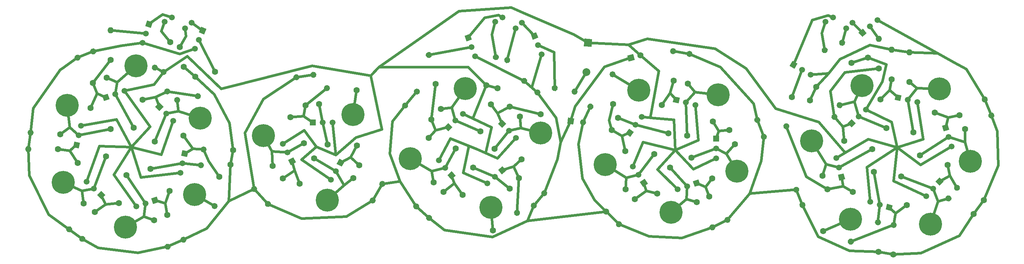
<source format=gbr>
%TF.GenerationSoftware,KiCad,Pcbnew,(5.1.7)-1*%
%TF.CreationDate,2021-06-30T17:19:35-05:00*%
%TF.ProjectId,ROLZRSTRIP,524f4c5a-5253-4545-9249-502e6b696361,rev?*%
%TF.SameCoordinates,Original*%
%TF.FileFunction,Copper,L1,Top*%
%TF.FilePolarity,Positive*%
%FSLAX46Y46*%
G04 Gerber Fmt 4.6, Leading zero omitted, Abs format (unit mm)*
G04 Created by KiCad (PCBNEW (5.1.7)-1) date 2021-06-30 17:19:35*
%MOMM*%
%LPD*%
G01*
G04 APERTURE LIST*
%TA.AperFunction,ComponentPad*%
%ADD10C,5.900000*%
%TD*%
%TA.AperFunction,ComponentPad*%
%ADD11C,1.600000*%
%TD*%
%TA.AperFunction,ComponentPad*%
%ADD12C,0.100000*%
%TD*%
%TA.AperFunction,ComponentPad*%
%ADD13C,1.500000*%
%TD*%
%TA.AperFunction,ComponentPad*%
%ADD14C,2.000000*%
%TD*%
%TA.AperFunction,ComponentPad*%
%ADD15O,1.600000X1.600000*%
%TD*%
%TA.AperFunction,ComponentPad*%
%ADD16R,1.500000X1.500000*%
%TD*%
%TA.AperFunction,Conductor*%
%ADD17C,0.635000*%
%TD*%
G04 APERTURE END LIST*
D10*
%TO.P,REF\u002A\u002A,*%
%TO.N,*%
X254640000Y-147160000D03*
%TD*%
%TO.P,REF\u002A\u002A,*%
%TO.N,*%
X256890000Y-112360000D03*
%TD*%
%TO.P,REF\u002A\u002A,*%
%TO.N,*%
X237030000Y-111540000D03*
%TD*%
%TO.P,REF\u002A\u002A,*%
%TO.N,*%
X264900000Y-131000000D03*
%TD*%
%TO.P,REF\u002A\u002A,*%
%TO.N,*%
X234050000Y-145890000D03*
%TD*%
%TO.P,REF\u002A\u002A,*%
%TO.N,*%
X224090000Y-125790000D03*
%TD*%
%TO.P,REF\u002A\u002A,*%
%TO.N,*%
X179580000Y-112700000D03*
%TD*%
%TO.P,REF\u002A\u002A,*%
%TO.N,*%
X200050000Y-113910000D03*
%TD*%
%TO.P,REF\u002A\u002A,*%
%TO.N,*%
X187880000Y-144100000D03*
%TD*%
%TO.P,REF\u002A\u002A,*%
%TO.N,*%
X170960000Y-131860000D03*
%TD*%
%TO.P,REF\u002A\u002A,*%
%TO.N,*%
X204880000Y-133510000D03*
%TD*%
%TO.P,REF\u002A\u002A,*%
%TO.N,*%
X141580000Y-142870000D03*
%TD*%
%TO.P,REF\u002A\u002A,*%
%TO.N,*%
X120850000Y-130360000D03*
%TD*%
%TO.P,REF\u002A\u002A,*%
%TO.N,*%
X135010000Y-112250000D03*
%TD*%
%TO.P,REF\u002A\u002A,*%
%TO.N,*%
X154370000Y-123680000D03*
%TD*%
%TO.P,REF\u002A\u002A,*%
%TO.N,*%
X99550000Y-140980000D03*
%TD*%
%TO.P,REF\u002A\u002A,*%
%TO.N,*%
X66810000Y-119890000D03*
%TD*%
%TO.P,REF\u002A\u002A,*%
%TO.N,*%
X106160000Y-119000000D03*
%TD*%
%TO.P,REF\u002A\u002A,*%
%TO.N,*%
X32600000Y-116570000D03*
%TD*%
%TO.P,REF\u002A\u002A,*%
%TO.N,*%
X50370000Y-106410000D03*
%TD*%
%TO.P,REF\u002A\u002A,*%
%TO.N,*%
X83060000Y-124370000D03*
%TD*%
%TO.P,REF\u002A\u002A,*%
%TO.N,*%
X47590000Y-147900000D03*
%TD*%
%TO.P,REF\u002A\u002A,*%
%TO.N,*%
X31620000Y-136390000D03*
%TD*%
%TO.P,REF\u002A\u002A,*%
%TO.N,*%
X65360000Y-139580000D03*
%TD*%
%TO.P,REF\u002A\u002A,2*%
%TO.N,N/C*%
%TA.AperFunction,ComponentPad*%
G36*
G01*
X100226613Y-112244261D02*
X100226613Y-112244261D01*
G75*
G02*
X99372757Y-112986507I-798051J55805D01*
G01*
X99372757Y-112986507D01*
G75*
G02*
X98630511Y-112132651I55805J798051D01*
G01*
X98630511Y-112132651D01*
G75*
G02*
X99484367Y-111390405I798051J-55805D01*
G01*
X99484367Y-111390405D01*
G75*
G02*
X100226613Y-112244261I-55805J-798051D01*
G01*
G37*
%TD.AperFunction*%
D11*
%TO.P,REF\u002A\u002A,1*%
X107030000Y-112720000D03*
%TD*%
%TO.P,REF\u002A\u002A,1*%
%TO.N,N/C*%
X128730000Y-117550000D03*
%TO.P,REF\u002A\u002A,2*%
%TA.AperFunction,ComponentPad*%
G36*
G01*
X123212505Y-113541304D02*
X123212505Y-113541304D01*
G75*
G02*
X122095063Y-113718290I-647214J470228D01*
G01*
X122095063Y-113718290D01*
G75*
G02*
X121918077Y-112600848I470228J647214D01*
G01*
X121918077Y-112600848D01*
G75*
G02*
X123035519Y-112423862I647214J-470228D01*
G01*
X123035519Y-112423862D01*
G75*
G02*
X123212505Y-113541304I-470228J-647214D01*
G01*
G37*
%TD.AperFunction*%
%TD*%
%TO.P,REF\u002A\u002A,1*%
%TO.N,N/C*%
X88060000Y-135370000D03*
%TO.P,REF\u002A\u002A,2*%
%TA.AperFunction,ComponentPad*%
G36*
G01*
X84650000Y-141276294D02*
X84650000Y-141276294D01*
G75*
G02*
X84942820Y-142369114I-400000J-692820D01*
G01*
X84942820Y-142369114D01*
G75*
G02*
X83850000Y-142661934I-692820J400000D01*
G01*
X83850000Y-142661934D01*
G75*
G02*
X83557180Y-141569114I400000J692820D01*
G01*
X83557180Y-141569114D01*
G75*
G02*
X84650000Y-141276294I692820J-400000D01*
G01*
G37*
%TD.AperFunction*%
%TD*%
%TA.AperFunction,ComponentPad*%
D12*
%TO.P,REF\u002A\u002A,1*%
%TO.N,N/C*%
G36*
X66486573Y-97787330D02*
G01*
X67072670Y-96406573D01*
X68453427Y-96992670D01*
X67867330Y-98373427D01*
X66486573Y-97787330D01*
G37*
%TD.AperFunction*%
D13*
%TO.P,REF\u002A\u002A,3*%
X65485086Y-102066165D03*
%TO.P,REF\u002A\u002A,2*%
X66477543Y-99728082D03*
%TD*%
%TO.P,REF\u002A\u002A,2*%
%TO.N,N/C*%
%TA.AperFunction,ComponentPad*%
G36*
G01*
X172890975Y-109431039D02*
X172890975Y-109431039D01*
G75*
G02*
X172077135Y-108645123I-13962J799878D01*
G01*
X172077135Y-108645123D01*
G75*
G02*
X172863051Y-107831283I799878J13962D01*
G01*
X172863051Y-107831283D01*
G75*
G02*
X173676891Y-108617199I13962J-799878D01*
G01*
X173676891Y-108617199D01*
G75*
G02*
X172890975Y-109431039I-799878J-13962D01*
G01*
G37*
%TD.AperFunction*%
D11*
%TO.P,REF\u002A\u002A,1*%
X173010000Y-116250000D03*
%TD*%
%TA.AperFunction,ComponentPad*%
D12*
%TO.P,REF\u002A\u002A,1*%
%TO.N,N/C*%
G36*
X54264945Y-140548470D02*
G01*
X55691530Y-140084945D01*
X56155055Y-141511530D01*
X54728470Y-141975055D01*
X54264945Y-140548470D01*
G37*
%TD.AperFunction*%
D13*
%TO.P,REF\u002A\u002A,3*%
X50378633Y-142599806D03*
%TO.P,REF\u002A\u002A,2*%
X52794316Y-141814903D03*
%TD*%
%TA.AperFunction,ComponentPad*%
D12*
%TO.P,REF\u002A\u002A,1*%
%TO.N,N/C*%
G36*
X35929491Y-126217936D02*
G01*
X35592064Y-127679491D01*
X34130509Y-127342064D01*
X34467936Y-125880509D01*
X35929491Y-126217936D01*
G37*
%TD.AperFunction*%
D13*
%TO.P,REF\u002A\u002A,3*%
X36172751Y-121830200D03*
%TO.P,REF\u002A\u002A,2*%
X35601376Y-124305100D03*
%TD*%
%TO.P,REF\u002A\u002A,2*%
%TO.N,N/C*%
%TA.AperFunction,ComponentPad*%
G36*
G01*
X122851304Y-141947495D02*
X122851304Y-141947495D01*
G75*
G02*
X123028290Y-143064937I-470228J-647214D01*
G01*
X123028290Y-143064937D01*
G75*
G02*
X121910848Y-143241923I-647214J470228D01*
G01*
X121910848Y-143241923D01*
G75*
G02*
X121733862Y-142124481I470228J647214D01*
G01*
X121733862Y-142124481D01*
G75*
G02*
X122851304Y-141947495I647214J-470228D01*
G01*
G37*
%TD.AperFunction*%
D11*
%TO.P,REF\u002A\u002A,1*%
X126860000Y-136430000D03*
%TD*%
D13*
%TO.P,REF\u002A\u002A,*%
%TO.N,*%
X59530000Y-94020000D03*
%TD*%
%TO.P,REF\u002A\u002A,2*%
%TO.N,N/C*%
%TA.AperFunction,ComponentPad*%
G36*
G01*
X81208035Y-137500135D02*
X81208035Y-137500135D01*
G75*
G02*
X81326296Y-138625308I-503456J-621717D01*
G01*
X81326296Y-138625308D01*
G75*
G02*
X80201123Y-138743569I-621717J503456D01*
G01*
X80201123Y-138743569D01*
G75*
G02*
X80082862Y-137618396I503456J621717D01*
G01*
X80082862Y-137618396D01*
G75*
G02*
X81208035Y-137500135I621717J-503456D01*
G01*
G37*
%TD.AperFunction*%
D11*
%TO.P,REF\u002A\u002A,1*%
X85500000Y-132200000D03*
%TD*%
D13*
%TO.P,REF\u002A\u002A,2*%
%TO.N,N/C*%
X52843057Y-98121617D03*
%TO.P,REF\u002A\u002A,3*%
X52016114Y-100523234D03*
%TA.AperFunction,ComponentPad*%
D12*
%TO.P,REF\u002A\u002A,1*%
G36*
X52716685Y-96184963D02*
G01*
X53205037Y-94766685D01*
X54623315Y-95255037D01*
X54134963Y-96673315D01*
X52716685Y-96184963D01*
G37*
%TD.AperFunction*%
%TD*%
D11*
%TO.P,REF\u002A\u002A,1*%
%TO.N,N/C*%
X54060000Y-132980000D03*
%TO.P,REF\u002A\u002A,2*%
X58980443Y-138640322D03*
%TD*%
%TO.P,REF\u002A\u002A,1*%
%TO.N,N/C*%
X93470000Y-126330000D03*
%TO.P,REF\u002A\u002A,2*%
X90065071Y-119647451D03*
%TD*%
%TO.P,REF\u002A\u002A,1*%
%TO.N,N/C*%
X188570000Y-110290000D03*
%TO.P,REF\u002A\u002A,2*%
%TA.AperFunction,ComponentPad*%
G36*
G01*
X188450975Y-103471039D02*
X188450975Y-103471039D01*
G75*
G02*
X187637135Y-102685123I-13962J799878D01*
G01*
X187637135Y-102685123D01*
G75*
G02*
X188423051Y-101871283I799878J13962D01*
G01*
X188423051Y-101871283D01*
G75*
G02*
X189236891Y-102657199I13962J-799878D01*
G01*
X189236891Y-102657199D01*
G75*
G02*
X188450975Y-103471039I-799878J-13962D01*
G01*
G37*
%TD.AperFunction*%
%TD*%
%TA.AperFunction,ComponentPad*%
D12*
%TO.P,REF\u002A\u002A,1*%
%TO.N,N/C*%
G36*
X56340000Y-118030660D02*
G01*
X55279340Y-116970000D01*
X56340000Y-115909340D01*
X57400660Y-116970000D01*
X56340000Y-118030660D01*
G37*
%TD.AperFunction*%
D13*
%TO.P,REF\u002A\u002A,3*%
X59932102Y-120562102D03*
%TO.P,REF\u002A\u002A,2*%
X58136051Y-118766051D03*
%TD*%
%TO.P,REF\u002A\u002A,2*%
%TO.N,N/C*%
%TA.AperFunction,ComponentPad*%
G36*
G01*
X192606931Y-104189347D02*
X192606931Y-104189347D01*
G75*
G02*
X191849896Y-103348574I41869J798904D01*
G01*
X191849896Y-103348574D01*
G75*
G02*
X192690669Y-102591539I798904J-41869D01*
G01*
X192690669Y-102591539D01*
G75*
G02*
X193447704Y-103432312I-41869J-798904D01*
G01*
X193447704Y-103432312D01*
G75*
G02*
X192606931Y-104189347I-798904J41869D01*
G01*
G37*
%TD.AperFunction*%
D11*
%TO.P,REF\u002A\u002A,1*%
X192250000Y-111000000D03*
%TD*%
%TO.P,REF\u002A\u002A,1*%
%TO.N,N/C*%
X178570000Y-140710000D03*
%TO.P,REF\u002A\u002A,2*%
%TA.AperFunction,ComponentPad*%
G36*
G01*
X174955950Y-146493688D02*
X174955950Y-146493688D01*
G75*
G02*
X175210453Y-147596061I-423935J-678438D01*
G01*
X175210453Y-147596061D01*
G75*
G02*
X174108080Y-147850564I-678438J423935D01*
G01*
X174108080Y-147850564D01*
G75*
G02*
X173853577Y-146748191I423935J678438D01*
G01*
X173853577Y-146748191D01*
G75*
G02*
X174955950Y-146493688I678438J-423935D01*
G01*
G37*
%TD.AperFunction*%
%TD*%
%TO.P,REF\u002A\u002A,2*%
%TO.N,N/C*%
X125578147Y-125002240D03*
%TO.P,REF\u002A\u002A,1*%
X132580000Y-127690000D03*
%TD*%
D13*
%TO.P,REF\u002A\u002A,*%
%TO.N,*%
X62970000Y-96790000D03*
%TD*%
D11*
%TO.P,REF\u002A\u002A,1*%
%TO.N,N/C*%
X129390000Y-138900000D03*
%TO.P,REF\u002A\u002A,2*%
%TA.AperFunction,ComponentPad*%
G36*
G01*
X126083599Y-144864906D02*
X126083599Y-144864906D01*
G75*
G02*
X126395447Y-145952450I-387848J-699696D01*
G01*
X126395447Y-145952450D01*
G75*
G02*
X125307903Y-146264298I-699696J387848D01*
G01*
X125307903Y-146264298D01*
G75*
G02*
X124996055Y-145176754I387848J699696D01*
G01*
X124996055Y-145176754D01*
G75*
G02*
X126083599Y-144864906I699696J-387848D01*
G01*
G37*
%TD.AperFunction*%
%TD*%
%TO.P,REF\u002A\u002A,1*%
%TO.N,N/C*%
X202940000Y-122980000D03*
%TO.P,REF\u002A\u002A,2*%
%TA.AperFunction,ComponentPad*%
G36*
G01*
X209348704Y-120647423D02*
X209348704Y-120647423D01*
G75*
G02*
X209826842Y-119622053I751754J273616D01*
G01*
X209826842Y-119622053D01*
G75*
G02*
X210852212Y-120100191I273616J-751754D01*
G01*
X210852212Y-120100191D01*
G75*
G02*
X210374074Y-121125561I-751754J-273616D01*
G01*
X210374074Y-121125561D01*
G75*
G02*
X209348704Y-120647423I-273616J751754D01*
G01*
G37*
%TD.AperFunction*%
%TD*%
D13*
%TO.P,REF\u002A\u002A,2*%
%TO.N,N/C*%
X62290000Y-131500000D03*
%TO.P,REF\u002A\u002A,3*%
X61718625Y-133974900D03*
%TA.AperFunction,ComponentPad*%
D12*
%TO.P,REF\u002A\u002A,1*%
G36*
X61961885Y-129587164D02*
G01*
X62299312Y-128125609D01*
X63760867Y-128463036D01*
X63423440Y-129924591D01*
X61961885Y-129587164D01*
G37*
%TD.AperFunction*%
%TD*%
D13*
%TO.P,REF\u002A\u002A,2*%
%TO.N,N/C*%
X44981617Y-113733057D03*
%TO.P,REF\u002A\u002A,3*%
X47383234Y-112906114D03*
%TA.AperFunction,ComponentPad*%
D12*
%TO.P,REF\u002A\u002A,1*%
G36*
X43533315Y-115024963D02*
G01*
X42115037Y-115513315D01*
X41626685Y-114095037D01*
X43044963Y-113606685D01*
X43533315Y-115024963D01*
G37*
%TD.AperFunction*%
%TD*%
%TO.P,REF\u002A\u002A,2*%
%TO.N,N/C*%
%TA.AperFunction,ComponentPad*%
G36*
G01*
X110664323Y-140467119D02*
X110664323Y-140467119D01*
G75*
G02*
X111792938Y-140546040I524847J-603768D01*
G01*
X111792938Y-140546040D01*
G75*
G02*
X111714017Y-141674655I-603768J-524847D01*
G01*
X111714017Y-141674655D01*
G75*
G02*
X110585402Y-141595734I-524847J603768D01*
G01*
X110585402Y-141595734D01*
G75*
G02*
X110664323Y-140467119I603768J524847D01*
G01*
G37*
%TD.AperFunction*%
D11*
%TO.P,REF\u002A\u002A,1*%
X106190000Y-135320000D03*
%TD*%
D13*
%TO.P,REF\u002A\u002A,*%
%TO.N,*%
X64600000Y-95370000D03*
%TD*%
%TO.P,REF\u002A\u002A,2*%
%TO.N,N/C*%
%TA.AperFunction,ComponentPad*%
G36*
G01*
X149756401Y-111015094D02*
X149756401Y-111015094D01*
G75*
G02*
X149444553Y-109927550I387848J699696D01*
G01*
X149444553Y-109927550D01*
G75*
G02*
X150532097Y-109615702I699696J-387848D01*
G01*
X150532097Y-109615702D01*
G75*
G02*
X150843945Y-110703246I-387848J-699696D01*
G01*
X150843945Y-110703246D01*
G75*
G02*
X149756401Y-111015094I-699696J387848D01*
G01*
G37*
%TD.AperFunction*%
D11*
%TO.P,REF\u002A\u002A,1*%
X146450000Y-116980000D03*
%TD*%
%TO.P,REF\u002A\u002A,2*%
%TO.N,N/C*%
%TA.AperFunction,ComponentPad*%
G36*
G01*
X198104050Y-147313688D02*
X198104050Y-147313688D01*
G75*
G02*
X199206423Y-147568191I423935J-678438D01*
G01*
X199206423Y-147568191D01*
G75*
G02*
X198951920Y-148670564I-678438J-423935D01*
G01*
X198951920Y-148670564D01*
G75*
G02*
X197849547Y-148416061I-423935J678438D01*
G01*
X197849547Y-148416061D01*
G75*
G02*
X198104050Y-147313688I678438J423935D01*
G01*
G37*
%TD.AperFunction*%
%TO.P,REF\u002A\u002A,1*%
X194490000Y-141530000D03*
%TD*%
%TO.P,REF\u002A\u002A,1*%
%TO.N,N/C*%
X149080000Y-119450000D03*
%TO.P,REF\u002A\u002A,2*%
%TA.AperFunction,ComponentPad*%
G36*
G01*
X153088696Y-113932505D02*
X153088696Y-113932505D01*
G75*
G02*
X152911710Y-112815063I470228J647214D01*
G01*
X152911710Y-112815063D01*
G75*
G02*
X154029152Y-112638077I647214J-470228D01*
G01*
X154029152Y-112638077D01*
G75*
G02*
X154206138Y-113755519I-470228J-647214D01*
G01*
X154206138Y-113755519D01*
G75*
G02*
X153088696Y-113932505I-647214J470228D01*
G01*
G37*
%TD.AperFunction*%
%TD*%
%TO.P,REF\u002A\u002A,1*%
%TO.N,N/C*%
X239650000Y-127850000D03*
%TO.P,REF\u002A\u002A,2*%
X232440537Y-125782720D03*
%TD*%
D13*
%TO.P,REF\u002A\u002A,2*%
%TO.N,N/C*%
X39502412Y-137990408D03*
%TO.P,REF\u002A\u002A,3*%
X37614824Y-136290817D03*
%TA.AperFunction,ComponentPad*%
D12*
%TO.P,REF\u002A\u002A,1*%
G36*
X41334489Y-138630793D02*
G01*
X42449207Y-139634489D01*
X41445511Y-140749207D01*
X40330793Y-139745511D01*
X41334489Y-138630793D01*
G37*
%TD.AperFunction*%
%TD*%
D13*
%TO.P,REF\u002A\u002A,*%
%TO.N,*%
X57660000Y-95080000D03*
%TD*%
%TO.P,REF\u002A\u002A,2*%
%TO.N,N/C*%
%TA.AperFunction,ComponentPad*%
G36*
G01*
X210997416Y-124910093D02*
X210997416Y-124910093D01*
G75*
G02*
X211580115Y-123940318I776237J193538D01*
G01*
X211580115Y-123940318D01*
G75*
G02*
X212549890Y-124523017I193538J-776237D01*
G01*
X212549890Y-124523017D01*
G75*
G02*
X211967191Y-125492792I-776237J-193538D01*
G01*
X211967191Y-125492792D01*
G75*
G02*
X210997416Y-124910093I-193538J776237D01*
G01*
G37*
%TD.AperFunction*%
D11*
%TO.P,REF\u002A\u002A,1*%
X204380000Y-126560000D03*
%TD*%
D14*
%TO.P,REF\u002A\u002A,*%
%TO.N,*%
X166190000Y-108020000D03*
%TD*%
%TO.P,REF\u002A\u002A,2*%
%TO.N,N/C*%
%TA.AperFunction,ComponentPad*%
G36*
G01*
X166062386Y-121174854D02*
X166062386Y-121174854D01*
G75*
G02*
X165082590Y-121740540I-772741J207055D01*
G01*
X165082590Y-121740540D01*
G75*
G02*
X164516904Y-120760744I207055J772741D01*
G01*
X164516904Y-120760744D01*
G75*
G02*
X165496700Y-120195058I772741J-207055D01*
G01*
X165496700Y-120195058D01*
G75*
G02*
X166062386Y-121174854I-207055J-772741D01*
G01*
G37*
%TD.AperFunction*%
D11*
%TO.P,REF\u002A\u002A,1*%
X172650000Y-122940000D03*
%TD*%
%TO.P,REF\u002A\u002A,1*%
%TO.N,N/C*%
X107750000Y-132010000D03*
%TO.P,REF\u002A\u002A,2*%
%TA.AperFunction,ComponentPad*%
G36*
G01*
X113050135Y-136301965D02*
X113050135Y-136301965D01*
G75*
G02*
X114175308Y-136183704I621717J-503456D01*
G01*
X114175308Y-136183704D01*
G75*
G02*
X114293569Y-137308877I-503456J-621717D01*
G01*
X114293569Y-137308877D01*
G75*
G02*
X113168396Y-137427138I-621717J503456D01*
G01*
X113168396Y-137427138D01*
G75*
G02*
X113050135Y-136301965I503456J621717D01*
G01*
G37*
%TD.AperFunction*%
%TD*%
%TO.P,REF\u002A\u002A,1*%
%TO.N,N/C*%
X197730000Y-140060000D03*
%TO.P,REF\u002A\u002A,2*%
%TA.AperFunction,ComponentPad*%
G36*
G01*
X201928811Y-145434233D02*
X201928811Y-145434233D01*
G75*
G02*
X203051749Y-145572113I492529J-630409D01*
G01*
X203051749Y-145572113D01*
G75*
G02*
X202913869Y-146695051I-630409J-492529D01*
G01*
X202913869Y-146695051D01*
G75*
G02*
X201790931Y-146557171I-492529J630409D01*
G01*
X201790931Y-146557171D01*
G75*
G02*
X201928811Y-145434233I630409J492529D01*
G01*
G37*
%TD.AperFunction*%
%TD*%
D13*
%TO.P,REF\u002A\u002A,2*%
%TO.N,N/C*%
X231092600Y-132586548D03*
%TO.P,REF\u002A\u002A,3*%
X230435199Y-130133097D03*
%TA.AperFunction,ComponentPad*%
D12*
%TO.P,REF\u002A\u002A,1*%
G36*
X232280330Y-134121441D02*
G01*
X232668559Y-135570330D01*
X231219670Y-135958559D01*
X230831441Y-134509670D01*
X232280330Y-134121441D01*
G37*
%TD.AperFunction*%
%TD*%
D13*
%TO.P,REF\u002A\u002A,2*%
%TO.N,N/C*%
X178808610Y-121621466D03*
%TO.P,REF\u002A\u002A,3*%
X180337220Y-119592932D03*
%TA.AperFunction,ComponentPad*%
D12*
%TO.P,REF\u002A\u002A,1*%
G36*
X178330338Y-123502385D02*
G01*
X177427615Y-124700338D01*
X176229662Y-123797615D01*
X177132385Y-122599662D01*
X178330338Y-123502385D01*
G37*
%TD.AperFunction*%
%TD*%
D11*
%TO.P,REF\u002A\u002A,1*%
%TO.N,N/C*%
X193200000Y-130100000D03*
%TO.P,REF\u002A\u002A,2*%
X198503301Y-135403301D03*
%TD*%
%TA.AperFunction,ComponentPad*%
D12*
%TO.P,REF\u002A\u002A,1*%
%TO.N,N/C*%
G36*
X255910793Y-136235511D02*
G01*
X256914489Y-135120793D01*
X258029207Y-136124489D01*
X257025511Y-137239207D01*
X255910793Y-136235511D01*
G37*
%TD.AperFunction*%
D13*
%TO.P,REF\u002A\u002A,3*%
X253570817Y-139955176D03*
%TO.P,REF\u002A\u002A,2*%
X255270408Y-138067588D03*
%TD*%
D11*
%TO.P,REF\u002A\u002A,1*%
%TO.N,N/C*%
X55010000Y-146180000D03*
%TO.P,REF\u002A\u002A,2*%
%TA.AperFunction,ComponentPad*%
G36*
G01*
X58106216Y-152256665D02*
X58106216Y-152256665D01*
G75*
G02*
X59182213Y-152606278I363192J-712805D01*
G01*
X59182213Y-152606278D01*
G75*
G02*
X58832600Y-153682275I-712805J-363192D01*
G01*
X58832600Y-153682275D01*
G75*
G02*
X57756603Y-153332662I-363192J712805D01*
G01*
X57756603Y-153332662D01*
G75*
G02*
X58106216Y-152256665I712805J363192D01*
G01*
G37*
%TD.AperFunction*%
%TD*%
%TO.P,REF\u002A\u002A,1*%
%TO.N,N/C*%
X71730000Y-135000000D03*
%TO.P,REF\u002A\u002A,2*%
%TA.AperFunction,ComponentPad*%
G36*
G01*
X70663117Y-141736034D02*
X70663117Y-141736034D01*
G75*
G02*
X71328120Y-142651333I-125148J-790151D01*
G01*
X71328120Y-142651333D01*
G75*
G02*
X70412821Y-143316336I-790151J125148D01*
G01*
X70412821Y-143316336D01*
G75*
G02*
X69747818Y-142401037I125148J790151D01*
G01*
X69747818Y-142401037D01*
G75*
G02*
X70663117Y-141736034I790151J-125148D01*
G01*
G37*
%TD.AperFunction*%
%TD*%
%TO.P,REF\u002A\u002A,1*%
%TO.N,N/C*%
X174270000Y-119790000D03*
%TO.P,REF\u002A\u002A,2*%
%TA.AperFunction,ComponentPad*%
G36*
G01*
X167946606Y-117235183D02*
X167946606Y-117235183D01*
G75*
G02*
X166905174Y-117677245I-741747J299685D01*
G01*
X166905174Y-117677245D01*
G75*
G02*
X166463112Y-116635813I299685J741747D01*
G01*
X166463112Y-116635813D01*
G75*
G02*
X167504544Y-116193751I741747J-299685D01*
G01*
X167504544Y-116193751D01*
G75*
G02*
X167946606Y-117235183I-299685J-741747D01*
G01*
G37*
%TD.AperFunction*%
%TD*%
D15*
%TO.P,REF\u002A\u002A,2*%
%TO.N,N/C*%
X43820000Y-97290000D03*
D11*
%TO.P,REF\u002A\u002A,1*%
X43820000Y-104910000D03*
%TD*%
%TO.P,REF\u002A\u002A,2*%
%TO.N,N/C*%
%TA.AperFunction,ComponentPad*%
G36*
G01*
X151976617Y-141931791D02*
X151976617Y-141931791D01*
G75*
G02*
X153090800Y-141735330I655322J-458861D01*
G01*
X153090800Y-141735330D01*
G75*
G02*
X153287261Y-142849513I-458861J-655322D01*
G01*
X153287261Y-142849513D01*
G75*
G02*
X152173078Y-143045974I-655322J458861D01*
G01*
X152173078Y-143045974D01*
G75*
G02*
X151976617Y-141931791I458861J655322D01*
G01*
G37*
%TD.AperFunction*%
%TO.P,REF\u002A\u002A,1*%
X146390000Y-138020000D03*
%TD*%
D16*
%TO.P,REF\u002A\u002A,1*%
%TO.N,N/C*%
X95810000Y-120970000D03*
D13*
%TO.P,REF\u002A\u002A,3*%
X100890000Y-120970000D03*
%TO.P,REF\u002A\u002A,2*%
X98350000Y-120970000D03*
%TD*%
%TA.AperFunction,ComponentPad*%
D12*
%TO.P,REF\u002A\u002A,1*%
%TO.N,N/C*%
G36*
X144471489Y-122390499D02*
G01*
X143429501Y-121311489D01*
X144508511Y-120269501D01*
X145550499Y-121348511D01*
X144471489Y-122390499D01*
G37*
%TD.AperFunction*%
D13*
%TO.P,REF\u002A\u002A,3*%
X148018865Y-124984246D03*
%TO.P,REF\u002A\u002A,2*%
X146254432Y-123157123D03*
%TD*%
%TO.P,REF\u002A\u002A,2*%
%TO.N,N/C*%
X129827319Y-132674247D03*
%TO.P,REF\u002A\u002A,3*%
X128194639Y-130728494D03*
%TA.AperFunction,ComponentPad*%
D12*
%TO.P,REF\u002A\u002A,1*%
G36*
X131552443Y-133563376D02*
G01*
X132516624Y-134712443D01*
X131367557Y-135676624D01*
X130403376Y-134527557D01*
X131552443Y-133563376D01*
G37*
%TD.AperFunction*%
%TD*%
D16*
%TO.P,REF\u002A\u002A,1*%
%TO.N,N/C*%
X199500000Y-125130000D03*
D13*
%TO.P,REF\u002A\u002A,3*%
X199500000Y-130210000D03*
%TO.P,REF\u002A\u002A,2*%
X199500000Y-127670000D03*
%TD*%
%TA.AperFunction,ComponentPad*%
D12*
%TO.P,REF\u002A\u002A,1*%
%TO.N,N/C*%
G36*
X131669207Y-122285511D02*
G01*
X130554489Y-123289207D01*
X129550793Y-122174489D01*
X130665511Y-121170793D01*
X131669207Y-122285511D01*
G37*
%TD.AperFunction*%
D13*
%TO.P,REF\u002A\u002A,3*%
X134385176Y-118830817D03*
%TO.P,REF\u002A\u002A,2*%
X132497588Y-120530408D03*
%TD*%
D11*
%TO.P,REF\u002A\u002A,2*%
%TO.N,N/C*%
X198649648Y-120773928D03*
%TO.P,REF\u002A\u002A,1*%
X192090000Y-124410000D03*
%TD*%
%TO.P,REF\u002A\u002A,1*%
%TO.N,N/C*%
X247130000Y-134860000D03*
%TO.P,REF\u002A\u002A,2*%
X248561067Y-142222204D03*
%TD*%
D13*
%TO.P,REF\u002A\u002A,2*%
%TO.N,N/C*%
X89257542Y-128737313D03*
%TO.P,REF\u002A\u002A,3*%
X88065084Y-126494626D03*
%TA.AperFunction,ComponentPad*%
D12*
%TO.P,REF\u002A\u002A,1*%
G36*
X90760107Y-129965686D02*
G01*
X91464314Y-131290107D01*
X90139893Y-131994314D01*
X89435686Y-130669893D01*
X90760107Y-129965686D01*
G37*
%TD.AperFunction*%
%TD*%
%TO.P,REF\u002A\u002A,2*%
%TO.N,N/C*%
%TA.AperFunction,ComponentPad*%
G36*
G01*
X35707440Y-105034119D02*
X35707440Y-105034119D01*
G75*
G02*
X34609676Y-104760415I-412030J685734D01*
G01*
X34609676Y-104760415D01*
G75*
G02*
X34883380Y-103662651I685734J412030D01*
G01*
X34883380Y-103662651D01*
G75*
G02*
X35981144Y-103936355I412030J-685734D01*
G01*
X35981144Y-103936355D01*
G75*
G02*
X35707440Y-105034119I-685734J-412030D01*
G01*
G37*
%TD.AperFunction*%
D11*
%TO.P,REF\u002A\u002A,1*%
X39220000Y-110880000D03*
%TD*%
D13*
%TO.P,REF\u002A\u002A,2*%
%TO.N,N/C*%
X192054316Y-137394903D03*
%TO.P,REF\u002A\u002A,3*%
X189638633Y-138179806D03*
%TA.AperFunction,ComponentPad*%
D12*
%TO.P,REF\u002A\u002A,1*%
G36*
X193524945Y-136128470D02*
G01*
X194951530Y-135664945D01*
X195415055Y-137091530D01*
X193988470Y-137555055D01*
X193524945Y-136128470D01*
G37*
%TD.AperFunction*%
%TD*%
%TA.AperFunction,ComponentPad*%
%TO.P,REF\u002A\u002A,1*%
%TO.N,N/C*%
G36*
X181112384Y-135508827D02*
G01*
X181951173Y-136752384D01*
X180707616Y-137591173D01*
X179868827Y-136347616D01*
X181112384Y-135508827D01*
G37*
%TD.AperFunction*%
D13*
%TO.P,REF\u002A\u002A,3*%
X178069300Y-132338489D03*
%TO.P,REF\u002A\u002A,2*%
X179489650Y-134444245D03*
%TD*%
%TO.P,REF\u002A\u002A,2*%
%TO.N,N/C*%
%TA.AperFunction,ComponentPad*%
G36*
G01*
X157621796Y-112888297D02*
X157621796Y-112888297D01*
G75*
G02*
X157291015Y-111806362I375577J706358D01*
G01*
X157291015Y-111806362D01*
G75*
G02*
X158372950Y-111475581I706358J-375577D01*
G01*
X158372950Y-111475581D01*
G75*
G02*
X158703731Y-112557516I-375577J-706358D01*
G01*
X158703731Y-112557516D01*
G75*
G02*
X157621796Y-112888297I-706358J375577D01*
G01*
G37*
%TD.AperFunction*%
D11*
%TO.P,REF\u002A\u002A,1*%
X154420000Y-118910000D03*
%TD*%
%TO.P,REF\u002A\u002A,2*%
%TO.N,N/C*%
%TA.AperFunction,ComponentPad*%
G36*
G01*
X96098682Y-109555303D02*
X96098682Y-109555303D01*
G75*
G02*
X95160733Y-108922648I-152647J785302D01*
G01*
X95160733Y-108922648D01*
G75*
G02*
X95793388Y-107984699I785302J152647D01*
G01*
X95793388Y-107984699D01*
G75*
G02*
X96731337Y-108617354I152647J-785302D01*
G01*
X96731337Y-108617354D01*
G75*
G02*
X96098682Y-109555303I-785302J-152647D01*
G01*
G37*
%TD.AperFunction*%
%TO.P,REF\u002A\u002A,1*%
X97400000Y-116250000D03*
%TD*%
D13*
%TO.P,REF\u002A\u002A,2*%
%TO.N,N/C*%
X191743452Y-115857400D03*
%TO.P,REF\u002A\u002A,3*%
X194196903Y-116514801D03*
%TA.AperFunction,ComponentPad*%
D12*
%TO.P,REF\u002A\u002A,1*%
G36*
X189820330Y-116118559D02*
G01*
X188371441Y-115730330D01*
X188759670Y-114281441D01*
X190208559Y-114669670D01*
X189820330Y-116118559D01*
G37*
%TD.AperFunction*%
%TD*%
%TA.AperFunction,ComponentPad*%
%TO.P,REF\u002A\u002A,1*%
%TO.N,N/C*%
G36*
X101925481Y-131644519D02*
G01*
X102675481Y-130345481D01*
X103974519Y-131095481D01*
X103224519Y-132394519D01*
X101925481Y-131644519D01*
G37*
%TD.AperFunction*%
D13*
%TO.P,REF\u002A\u002A,3*%
X100410000Y-135769409D03*
%TO.P,REF\u002A\u002A,2*%
X101680000Y-133569705D03*
%TD*%
D11*
%TO.P,REF\u002A\u002A,2*%
%TO.N,N/C*%
X92380000Y-136745191D03*
%TO.P,REF\u002A\u002A,1*%
X96130000Y-130250000D03*
%TD*%
%TO.P,REF\u002A\u002A,2*%
%TO.N,N/C*%
X180035739Y-103765195D03*
%TA.AperFunction,ComponentPad*%
D12*
%TO.P,REF\u002A\u002A,1*%
G36*
X177027301Y-105339774D02*
G01*
X176640226Y-103787301D01*
X178192699Y-103400226D01*
X178579774Y-104952699D01*
X177027301Y-105339774D01*
G37*
%TD.AperFunction*%
%TD*%
D13*
%TO.P,REF\u002A\u002A,2*%
%TO.N,N/C*%
X236177123Y-119465568D03*
%TO.P,REF\u002A\u002A,3*%
X238004246Y-117701135D03*
%TA.AperFunction,ComponentPad*%
D12*
%TO.P,REF\u002A\u002A,1*%
G36*
X235410499Y-121248511D02*
G01*
X234331489Y-122290499D01*
X233289501Y-121211489D01*
X234368511Y-120169501D01*
X235410499Y-121248511D01*
G37*
%TD.AperFunction*%
%TD*%
D13*
%TO.P,REF\u002A\u002A,*%
%TO.N,*%
X229530000Y-94020000D03*
%TD*%
D11*
%TO.P,REF\u002A\u002A,1*%
%TO.N,N/C*%
X49700000Y-122330000D03*
%TO.P,REF\u002A\u002A,2*%
X52017627Y-115197076D03*
%TD*%
%TA.AperFunction,ComponentPad*%
D12*
%TO.P,REF\u002A\u002A,1*%
%TO.N,N/C*%
G36*
X246862064Y-115489491D02*
G01*
X245400509Y-115152064D01*
X245737936Y-113690509D01*
X247199491Y-114027936D01*
X246862064Y-115489491D01*
G37*
%TD.AperFunction*%
D13*
%TO.P,REF\u002A\u002A,3*%
X251249800Y-115732751D03*
%TO.P,REF\u002A\u002A,2*%
X248774900Y-115161376D03*
%TD*%
D11*
%TO.P,REF\u002A\u002A,1*%
%TO.N,N/C*%
X140390000Y-111420000D03*
%TO.P,REF\u002A\u002A,2*%
%TA.AperFunction,ComponentPad*%
G36*
G01*
X142610374Y-104971563D02*
X142610374Y-104971563D01*
G75*
G02*
X142114414Y-103954693I260455J756415D01*
G01*
X142114414Y-103954693D01*
G75*
G02*
X143131284Y-103458733I756415J-260455D01*
G01*
X143131284Y-103458733D01*
G75*
G02*
X143627244Y-104475603I-260455J-756415D01*
G01*
X143627244Y-104475603D01*
G75*
G02*
X142610374Y-104971563I-756415J260455D01*
G01*
G37*
%TD.AperFunction*%
%TD*%
D13*
%TO.P,REF\u002A\u002A,*%
%TO.N,*%
X149600000Y-95370000D03*
%TD*%
D11*
%TO.P,REF\u002A\u002A,1*%
%TO.N,N/C*%
X244630000Y-109910000D03*
D15*
%TO.P,REF\u002A\u002A,2*%
X244630000Y-102290000D03*
%TD*%
%TA.AperFunction,ComponentPad*%
D12*
%TO.P,REF\u002A\u002A,*%
%TO.N,*%
G36*
X165500817Y-101447086D02*
G01*
X165622914Y-99450817D01*
X167619183Y-99572914D01*
X167497086Y-101569183D01*
X165500817Y-101447086D01*
G37*
%TD.AperFunction*%
%TD*%
D11*
%TO.P,REF\u002A\u002A,1*%
%TO.N,N/C*%
X75330000Y-128100000D03*
%TO.P,REF\u002A\u002A,2*%
%TA.AperFunction,ComponentPad*%
G36*
G01*
X68511039Y-127980975D02*
X68511039Y-127980975D01*
G75*
G02*
X67697199Y-128766891I-799878J13962D01*
G01*
X67697199Y-128766891D01*
G75*
G02*
X66911283Y-127953051I13962J799878D01*
G01*
X66911283Y-127953051D01*
G75*
G02*
X67725123Y-127167135I799878J-13962D01*
G01*
X67725123Y-127167135D01*
G75*
G02*
X68511039Y-127980975I-13962J-799878D01*
G01*
G37*
%TD.AperFunction*%
%TD*%
D15*
%TO.P,REF\u002A\u002A,2*%
%TO.N,N/C*%
X22660000Y-127900000D03*
D11*
%TO.P,REF\u002A\u002A,1*%
X30280000Y-127900000D03*
%TD*%
D15*
%TO.P,REF\u002A\u002A,2*%
%TO.N,N/C*%
X241300000Y-99530000D03*
D11*
%TO.P,REF\u002A\u002A,1*%
X241300000Y-107150000D03*
%TD*%
D13*
%TO.P,REF\u002A\u002A,2*%
%TO.N,N/C*%
X136628731Y-101586819D03*
%TO.P,REF\u002A\u002A,3*%
X137497462Y-103973639D03*
%TA.AperFunction,ComponentPad*%
D12*
%TO.P,REF\u002A\u002A,1*%
G36*
X135311746Y-100161285D02*
G01*
X134798715Y-98751746D01*
X136208254Y-98238715D01*
X136721285Y-99648254D01*
X135311746Y-100161285D01*
G37*
%TD.AperFunction*%
%TD*%
%TA.AperFunction,ComponentPad*%
%TO.P,REF\u002A\u002A,1*%
%TO.N,N/C*%
G36*
X238228076Y-98053988D02*
G01*
X237096012Y-99038076D01*
X236111924Y-97906012D01*
X237243988Y-96921924D01*
X238228076Y-98053988D01*
G37*
%TD.AperFunction*%
D13*
%TO.P,REF\u002A\u002A,3*%
X241003925Y-94647220D03*
%TO.P,REF\u002A\u002A,2*%
X239086962Y-96313610D03*
%TD*%
%TO.P,REF\u002A\u002A,2*%
%TO.N,N/C*%
X241560000Y-142150000D03*
%TO.P,REF\u002A\u002A,3*%
X239118396Y-141449881D03*
%TA.AperFunction,ComponentPad*%
D12*
%TO.P,REF\u002A\u002A,1*%
G36*
X243487387Y-141922445D02*
G01*
X244929279Y-142335901D01*
X244515823Y-143777793D01*
X243073931Y-143364337D01*
X243487387Y-141922445D01*
G37*
%TD.AperFunction*%
%TD*%
%TO.P,REF\u002A\u002A,2*%
%TO.N,N/C*%
%TA.AperFunction,ComponentPad*%
G36*
G01*
X57875562Y-107349734D02*
X57875562Y-107349734D01*
G75*
G02*
X58110787Y-108456381I-435711J-670936D01*
G01*
X58110787Y-108456381D01*
G75*
G02*
X57004140Y-108691606I-670936J435711D01*
G01*
X57004140Y-108691606D01*
G75*
G02*
X56768915Y-107584959I435711J670936D01*
G01*
X56768915Y-107584959D01*
G75*
G02*
X57875562Y-107349734I670936J-435711D01*
G01*
G37*
%TD.AperFunction*%
D11*
%TO.P,REF\u002A\u002A,1*%
X61590000Y-101630000D03*
%TD*%
%TO.P,REF\u002A\u002A,2*%
%TO.N,N/C*%
%TA.AperFunction,ComponentPad*%
G36*
G01*
X232606426Y-100916182D02*
X232606426Y-100916182D01*
G75*
G02*
X231513606Y-101209002I-692820J400000D01*
G01*
X231513606Y-101209002D01*
G75*
G02*
X231220786Y-100116182I400000J692820D01*
G01*
X231220786Y-100116182D01*
G75*
G02*
X232313606Y-99823362I692820J-400000D01*
G01*
X232313606Y-99823362D01*
G75*
G02*
X232606426Y-100916182I-400000J-692820D01*
G01*
G37*
%TD.AperFunction*%
%TO.P,REF\u002A\u002A,1*%
X238512720Y-104326182D03*
%TD*%
%TO.P,REF\u002A\u002A,2*%
%TO.N,N/C*%
%TA.AperFunction,ComponentPad*%
G36*
G01*
X217718682Y-121204697D02*
X217718682Y-121204697D01*
G75*
G02*
X218351337Y-122142646I-152647J-785302D01*
G01*
X218351337Y-122142646D01*
G75*
G02*
X217413388Y-122775301I-785302J152647D01*
G01*
X217413388Y-122775301D01*
G75*
G02*
X216780733Y-121837352I152647J785302D01*
G01*
X216780733Y-121837352D01*
G75*
G02*
X217718682Y-121204697I785302J-152647D01*
G01*
G37*
%TD.AperFunction*%
%TO.P,REF\u002A\u002A,1*%
X219020000Y-114510000D03*
%TD*%
%TO.P,REF\u002A\u002A,2*%
%TO.N,N/C*%
%TA.AperFunction,ComponentPad*%
G36*
G01*
X230644233Y-116078811D02*
X230644233Y-116078811D01*
G75*
G02*
X231767171Y-115940931I630409J-492529D01*
G01*
X231767171Y-115940931D01*
G75*
G02*
X231905051Y-117063869I-492529J-630409D01*
G01*
X231905051Y-117063869D01*
G75*
G02*
X230782113Y-117201749I-630409J492529D01*
G01*
X230782113Y-117201749D01*
G75*
G02*
X230644233Y-116078811I492529J630409D01*
G01*
G37*
%TD.AperFunction*%
%TO.P,REF\u002A\u002A,1*%
X225270000Y-111880000D03*
%TD*%
%TA.AperFunction,ComponentPad*%
D12*
%TO.P,REF\u002A\u002A,1*%
%TO.N,N/C*%
G36*
X152378591Y-99738961D02*
G01*
X151841039Y-98338591D01*
X153241409Y-97801039D01*
X153778961Y-99201409D01*
X152378591Y-99738961D01*
G37*
%TD.AperFunction*%
D13*
%TO.P,REF\u002A\u002A,3*%
X154630509Y-103512589D03*
%TO.P,REF\u002A\u002A,2*%
X153720255Y-101141294D03*
%TD*%
D11*
%TO.P,REF\u002A\u002A,1*%
%TO.N,N/C*%
X42770000Y-109530000D03*
%TO.P,REF\u002A\u002A,2*%
%TA.AperFunction,ComponentPad*%
G36*
G01*
X39673784Y-103453335D02*
X39673784Y-103453335D01*
G75*
G02*
X38597787Y-103103722I-363192J712805D01*
G01*
X38597787Y-103103722D01*
G75*
G02*
X38947400Y-102027725I712805J363192D01*
G01*
X38947400Y-102027725D01*
G75*
G02*
X40023397Y-102377338I363192J-712805D01*
G01*
X40023397Y-102377338D01*
G75*
G02*
X39673784Y-103453335I-712805J-363192D01*
G01*
G37*
%TD.AperFunction*%
%TD*%
D13*
%TO.P,REF\u002A\u002A,*%
%TO.N,*%
X234600000Y-95370000D03*
%TD*%
%TO.P,REF\u002A\u002A,2*%
%TO.N,N/C*%
%TA.AperFunction,ComponentPad*%
G36*
G01*
X269566665Y-119573784D02*
X269566665Y-119573784D01*
G75*
G02*
X269916278Y-118497787I712805J363192D01*
G01*
X269916278Y-118497787D01*
G75*
G02*
X270992275Y-118847400I363192J-712805D01*
G01*
X270992275Y-118847400D01*
G75*
G02*
X270642662Y-119923397I-712805J-363192D01*
G01*
X270642662Y-119923397D01*
G75*
G02*
X269566665Y-119573784I-363192J712805D01*
G01*
G37*
%TD.AperFunction*%
D11*
%TO.P,REF\u002A\u002A,1*%
X263490000Y-122670000D03*
%TD*%
%TO.P,REF\u002A\u002A,2*%
%TO.N,N/C*%
%TA.AperFunction,ComponentPad*%
G36*
G01*
X262168981Y-138137744D02*
X262168981Y-138137744D01*
G75*
G02*
X261105840Y-138524695I-725046J338095D01*
G01*
X261105840Y-138524695D01*
G75*
G02*
X260718889Y-137461554I338095J725046D01*
G01*
X260718889Y-137461554D01*
G75*
G02*
X261782030Y-137074603I725046J-338095D01*
G01*
X261782030Y-137074603D01*
G75*
G02*
X262168981Y-138137744I-338095J-725046D01*
G01*
G37*
%TD.AperFunction*%
%TO.P,REF\u002A\u002A,1*%
X268350000Y-141020000D03*
%TD*%
%TO.P,REF\u002A\u002A,2*%
%TO.N,N/C*%
%TA.AperFunction,ComponentPad*%
G36*
G01*
X125815834Y-104444796D02*
X125815834Y-104444796D01*
G75*
G02*
X124856377Y-103845261I-179961J779496D01*
G01*
X124856377Y-103845261D01*
G75*
G02*
X125455912Y-102885804I779496J179961D01*
G01*
X125455912Y-102885804D01*
G75*
G02*
X126415369Y-103485339I179961J-779496D01*
G01*
X126415369Y-103485339D01*
G75*
G02*
X125815834Y-104444796I-779496J-179961D01*
G01*
G37*
%TD.AperFunction*%
%TO.P,REF\u002A\u002A,1*%
X127350000Y-111090000D03*
%TD*%
%TO.P,REF\u002A\u002A,2*%
%TO.N,N/C*%
%TA.AperFunction,ComponentPad*%
G36*
G01*
X145520374Y-105741563D02*
X145520374Y-105741563D01*
G75*
G02*
X145024414Y-104724693I260455J756415D01*
G01*
X145024414Y-104724693D01*
G75*
G02*
X146041284Y-104228733I756415J-260455D01*
G01*
X146041284Y-104228733D01*
G75*
G02*
X146537244Y-105245603I-260455J-756415D01*
G01*
X146537244Y-105245603D01*
G75*
G02*
X145520374Y-105741563I-756415J260455D01*
G01*
G37*
%TD.AperFunction*%
%TO.P,REF\u002A\u002A,1*%
X143300000Y-112190000D03*
%TD*%
%TO.P,REF\u002A\u002A,2*%
%TO.N,N/C*%
%TA.AperFunction,ComponentPad*%
G36*
G01*
X233397019Y-151374070D02*
X233397019Y-151374070D01*
G75*
G02*
X234430577Y-150913900I746864J-286694D01*
G01*
X234430577Y-150913900D01*
G75*
G02*
X234890747Y-151947458I-286694J-746864D01*
G01*
X234890747Y-151947458D01*
G75*
G02*
X233857189Y-152407628I-746864J286694D01*
G01*
X233857189Y-152407628D01*
G75*
G02*
X233397019Y-151374070I286694J746864D01*
G01*
G37*
%TD.AperFunction*%
%TO.P,REF\u002A\u002A,1*%
X227030000Y-148930000D03*
%TD*%
%TO.P,REF\u002A\u002A,1*%
%TO.N,N/C*%
X262120000Y-119150000D03*
%TO.P,REF\u002A\u002A,2*%
%TA.AperFunction,ComponentPad*%
G36*
G01*
X267903688Y-115535950D02*
X267903688Y-115535950D01*
G75*
G02*
X268158191Y-114433577I678438J423935D01*
G01*
X268158191Y-114433577D01*
G75*
G02*
X269260564Y-114688080I423935J-678438D01*
G01*
X269260564Y-114688080D01*
G75*
G02*
X269006061Y-115790453I-678438J-423935D01*
G01*
X269006061Y-115790453D01*
G75*
G02*
X267903688Y-115535950I-423935J678438D01*
G01*
G37*
%TD.AperFunction*%
%TD*%
D13*
%TO.P,REF\u002A\u002A,2*%
%TO.N,N/C*%
X221629705Y-107440000D03*
%TO.P,REF\u002A\u002A,3*%
X223829409Y-108710000D03*
%TA.AperFunction,ComponentPad*%
D12*
%TO.P,REF\u002A\u002A,1*%
G36*
X219704519Y-107194519D02*
G01*
X218405481Y-106444519D01*
X219155481Y-105145481D01*
X220454519Y-105895481D01*
X219704519Y-107194519D01*
G37*
%TD.AperFunction*%
%TD*%
D15*
%TO.P,REF\u002A\u002A,2*%
%TO.N,N/C*%
X249170000Y-102940000D03*
D11*
%TO.P,REF\u002A\u002A,1*%
X249170000Y-110560000D03*
%TD*%
%TO.P,REF\u002A\u002A,1*%
%TO.N,N/C*%
X226840000Y-134740000D03*
%TO.P,REF\u002A\u002A,2*%
%TA.AperFunction,ComponentPad*%
G36*
G01*
X220818297Y-137941796D02*
X220818297Y-137941796D01*
G75*
G02*
X220487516Y-139023731I-706358J-375577D01*
G01*
X220487516Y-139023731D01*
G75*
G02*
X219405581Y-138692950I-375577J706358D01*
G01*
X219405581Y-138692950D01*
G75*
G02*
X219736362Y-137611015I706358J375577D01*
G01*
X219736362Y-137611015D01*
G75*
G02*
X220818297Y-137941796I375577J-706358D01*
G01*
G37*
%TD.AperFunction*%
%TD*%
%TO.P,REF\u002A\u002A,2*%
%TO.N,N/C*%
%TA.AperFunction,ComponentPad*%
G36*
G01*
X67831039Y-131999025D02*
X67831039Y-131999025D01*
G75*
G02*
X67045123Y-132812865I-799878J-13962D01*
G01*
X67045123Y-132812865D01*
G75*
G02*
X66231283Y-132026949I-13962J799878D01*
G01*
X66231283Y-132026949D01*
G75*
G02*
X67017199Y-131213109I799878J13962D01*
G01*
X67017199Y-131213109D01*
G75*
G02*
X67831039Y-131999025I13962J-799878D01*
G01*
G37*
%TD.AperFunction*%
%TO.P,REF\u002A\u002A,1*%
X74650000Y-131880000D03*
%TD*%
%TO.P,REF\u002A\u002A,1*%
%TO.N,N/C*%
X223620000Y-115330000D03*
%TO.P,REF\u002A\u002A,2*%
%TA.AperFunction,ComponentPad*%
G36*
G01*
X229274036Y-119143696D02*
X229274036Y-119143696D01*
G75*
G02*
X230384620Y-118927820I663230J-447354D01*
G01*
X230384620Y-118927820D01*
G75*
G02*
X230600496Y-120038404I-447354J-663230D01*
G01*
X230600496Y-120038404D01*
G75*
G02*
X229489912Y-120254280I-663230J447354D01*
G01*
X229489912Y-120254280D01*
G75*
G02*
X229274036Y-119143696I447354J663230D01*
G01*
G37*
%TD.AperFunction*%
%TD*%
%TO.P,REF\u002A\u002A,1*%
%TO.N,N/C*%
X241250000Y-154320000D03*
%TO.P,REF\u002A\u002A,2*%
%TA.AperFunction,ComponentPad*%
G36*
G01*
X241130975Y-147501039D02*
X241130975Y-147501039D01*
G75*
G02*
X240317135Y-146715123I-13962J799878D01*
G01*
X240317135Y-146715123D01*
G75*
G02*
X241103051Y-145901283I799878J13962D01*
G01*
X241103051Y-145901283D01*
G75*
G02*
X241916891Y-146687199I13962J-799878D01*
G01*
X241916891Y-146687199D01*
G75*
G02*
X241130975Y-147501039I-799878J-13962D01*
G01*
G37*
%TD.AperFunction*%
%TD*%
%TO.P,REF\u002A\u002A,1*%
%TO.N,N/C*%
X65610000Y-109220000D03*
%TO.P,REF\u002A\u002A,2*%
%TA.AperFunction,ComponentPad*%
G36*
G01*
X61411189Y-114594233D02*
X61411189Y-114594233D01*
G75*
G02*
X61549069Y-115717171I-492529J-630409D01*
G01*
X61549069Y-115717171D01*
G75*
G02*
X60426131Y-115855051I-630409J492529D01*
G01*
X60426131Y-115855051D01*
G75*
G02*
X60288251Y-114732113I492529J630409D01*
G01*
X60288251Y-114732113D01*
G75*
G02*
X61411189Y-114594233I630409J-492529D01*
G01*
G37*
%TD.AperFunction*%
%TD*%
%TO.P,REF\u002A\u002A,2*%
%TO.N,N/C*%
%TA.AperFunction,ComponentPad*%
G36*
G01*
X163010189Y-113888346D02*
X163010189Y-113888346D01*
G75*
G02*
X162321454Y-112990769I104421J793156D01*
G01*
X162321454Y-112990769D01*
G75*
G02*
X163219031Y-112302034I793156J-104421D01*
G01*
X163219031Y-112302034D01*
G75*
G02*
X163907766Y-113199611I-104421J-793156D01*
G01*
X163907766Y-113199611D01*
G75*
G02*
X163010189Y-113888346I-793156J104421D01*
G01*
G37*
%TD.AperFunction*%
%TA.AperFunction,ComponentPad*%
D12*
%TO.P,REF\u002A\u002A,1*%
G36*
X162808735Y-121547577D02*
G01*
X161222423Y-121338735D01*
X161431265Y-119752423D01*
X163017577Y-119961265D01*
X162808735Y-121547577D01*
G37*
%TD.AperFunction*%
%TD*%
D13*
%TO.P,REF\u002A\u002A,*%
%TO.N,*%
X232970000Y-96790000D03*
%TD*%
%TO.P,REF\u002A\u002A,*%
%TO.N,*%
X142660000Y-95080000D03*
%TD*%
D11*
%TO.P,REF\u002A\u002A,1*%
%TO.N,N/C*%
X234338539Y-105656353D03*
%TO.P,REF\u002A\u002A,2*%
%TA.AperFunction,ComponentPad*%
G36*
G01*
X228157520Y-102774097D02*
X228157520Y-102774097D01*
G75*
G02*
X227094379Y-103161048I-725046J338095D01*
G01*
X227094379Y-103161048D01*
G75*
G02*
X226707428Y-102097907I338095J725046D01*
G01*
X226707428Y-102097907D01*
G75*
G02*
X227770569Y-101710956I725046J-338095D01*
G01*
X227770569Y-101710956D01*
G75*
G02*
X228157520Y-102774097I-338095J-725046D01*
G01*
G37*
%TD.AperFunction*%
%TD*%
D13*
%TO.P,REF\u002A\u002A,*%
%TO.N,*%
X147970000Y-96790000D03*
%TD*%
%TO.P,REF\u002A\u002A,2*%
%TO.N,N/C*%
%TA.AperFunction,ComponentPad*%
G36*
G01*
X62094438Y-150489734D02*
X62094438Y-150489734D01*
G75*
G02*
X63201085Y-150724959I435711J-670936D01*
G01*
X63201085Y-150724959D01*
G75*
G02*
X62965860Y-151831606I-670936J-435711D01*
G01*
X62965860Y-151831606D01*
G75*
G02*
X61859213Y-151596381I-435711J670936D01*
G01*
X61859213Y-151596381D01*
G75*
G02*
X62094438Y-150489734I670936J435711D01*
G01*
G37*
%TD.AperFunction*%
D11*
%TO.P,REF\u002A\u002A,1*%
X58380000Y-144770000D03*
%TD*%
%TO.P,REF\u002A\u002A,2*%
%TO.N,N/C*%
%TA.AperFunction,ComponentPad*%
G36*
G01*
X120238297Y-117028204D02*
X120238297Y-117028204D01*
G75*
G02*
X119156362Y-117358985I-706358J375577D01*
G01*
X119156362Y-117358985D01*
G75*
G02*
X118825581Y-116277050I375577J706358D01*
G01*
X118825581Y-116277050D01*
G75*
G02*
X119907516Y-115946269I706358J-375577D01*
G01*
X119907516Y-115946269D01*
G75*
G02*
X120238297Y-117028204I-375577J-706358D01*
G01*
G37*
%TD.AperFunction*%
%TO.P,REF\u002A\u002A,1*%
X126260000Y-120230000D03*
%TD*%
%TO.P,REF\u002A\u002A,2*%
%TO.N,N/C*%
%TA.AperFunction,ComponentPad*%
G36*
G01*
X36847744Y-150231019D02*
X36847744Y-150231019D01*
G75*
G02*
X37234695Y-151294160I-338095J-725046D01*
G01*
X37234695Y-151294160D01*
G75*
G02*
X36171554Y-151681111I-725046J338095D01*
G01*
X36171554Y-151681111D01*
G75*
G02*
X35784603Y-150617970I338095J725046D01*
G01*
X35784603Y-150617970D01*
G75*
G02*
X36847744Y-150231019I725046J-338095D01*
G01*
G37*
%TD.AperFunction*%
%TO.P,REF\u002A\u002A,1*%
X39730000Y-144050000D03*
%TD*%
%TO.P,REF\u002A\u002A,1*%
%TO.N,N/C*%
X59100000Y-100370000D03*
%TO.P,REF\u002A\u002A,2*%
%TA.AperFunction,ComponentPad*%
G36*
G01*
X55587440Y-106215881D02*
X55587440Y-106215881D01*
G75*
G02*
X55861144Y-107313645I-412030J-685734D01*
G01*
X55861144Y-107313645D01*
G75*
G02*
X54763380Y-107587349I-685734J412030D01*
G01*
X54763380Y-107587349D01*
G75*
G02*
X54489676Y-106489585I412030J685734D01*
G01*
X54489676Y-106489585D01*
G75*
G02*
X55587440Y-106215881I685734J-412030D01*
G01*
G37*
%TD.AperFunction*%
%TD*%
%TO.P,REF\u002A\u002A,2*%
%TO.N,N/C*%
X45908857Y-141794444D03*
%TO.P,REF\u002A\u002A,1*%
X47850000Y-134550000D03*
%TD*%
%TO.P,REF\u002A\u002A,1*%
%TO.N,N/C*%
X250250000Y-123590000D03*
%TO.P,REF\u002A\u002A,2*%
X255735153Y-118475012D03*
%TD*%
%TO.P,REF\u002A\u002A,1*%
%TO.N,N/C*%
X148770000Y-135290000D03*
%TO.P,REF\u002A\u002A,2*%
%TA.AperFunction,ComponentPad*%
G36*
G01*
X154615881Y-138802560D02*
X154615881Y-138802560D01*
G75*
G02*
X155713645Y-138528856I685734J-412030D01*
G01*
X155713645Y-138528856D01*
G75*
G02*
X155987349Y-139626620I-412030J-685734D01*
G01*
X155987349Y-139626620D01*
G75*
G02*
X154889585Y-139900324I-685734J412030D01*
G01*
X154889585Y-139900324D01*
G75*
G02*
X154615881Y-138802560I412030J685734D01*
G01*
G37*
%TD.AperFunction*%
%TD*%
%TO.P,REF\u002A\u002A,1*%
%TO.N,N/C*%
X42630000Y-129710000D03*
%TO.P,REF\u002A\u002A,2*%
X35322225Y-131397133D03*
%TD*%
%TO.P,REF\u002A\u002A,2*%
%TO.N,N/C*%
X234674951Y-138899938D03*
%TO.P,REF\u002A\u002A,1*%
X240070000Y-133690000D03*
%TD*%
%TO.P,REF\u002A\u002A,1*%
%TO.N,N/C*%
X142150000Y-148750000D03*
%TO.P,REF\u002A\u002A,2*%
%TA.AperFunction,ComponentPad*%
G36*
G01*
X147667495Y-144741304D02*
X147667495Y-144741304D01*
G75*
G02*
X147844481Y-143623862I647214J470228D01*
G01*
X147844481Y-143623862D01*
G75*
G02*
X148961923Y-143800848I470228J-647214D01*
G01*
X148961923Y-143800848D01*
G75*
G02*
X148784937Y-144918290I-647214J-470228D01*
G01*
X148784937Y-144918290D01*
G75*
G02*
X147667495Y-144741304I-470228J647214D01*
G01*
G37*
%TD.AperFunction*%
%TD*%
%TO.P,REF\u002A\u002A,2*%
%TO.N,N/C*%
X38630062Y-117284951D03*
%TO.P,REF\u002A\u002A,1*%
X43840000Y-122680000D03*
%TD*%
%TO.P,REF\u002A\u002A,2*%
%TO.N,N/C*%
X241730662Y-115103893D03*
%TO.P,REF\u002A\u002A,1*%
X243290000Y-122440000D03*
%TD*%
%TO.P,REF\u002A\u002A,2*%
%TO.N,N/C*%
X259031389Y-131931761D03*
%TO.P,REF\u002A\u002A,1*%
X251940000Y-129490000D03*
%TD*%
%TO.P,REF\u002A\u002A,2*%
%TO.N,N/C*%
%TA.AperFunction,ComponentPad*%
G36*
G01*
X222386312Y-141834050D02*
X222386312Y-141834050D01*
G75*
G02*
X222131809Y-142936423I-678438J-423935D01*
G01*
X222131809Y-142936423D01*
G75*
G02*
X221029436Y-142681920I-423935J678438D01*
G01*
X221029436Y-142681920D01*
G75*
G02*
X221283939Y-141579547I678438J423935D01*
G01*
X221283939Y-141579547D01*
G75*
G02*
X222386312Y-141834050I423935J-678438D01*
G01*
G37*
%TD.AperFunction*%
%TO.P,REF\u002A\u002A,1*%
X228170000Y-138220000D03*
%TD*%
D13*
%TO.P,REF\u002A\u002A,*%
%TO.N,*%
X144530000Y-94020000D03*
%TD*%
D11*
%TO.P,REF\u002A\u002A,1*%
%TO.N,N/C*%
X138930000Y-123330000D03*
%TO.P,REF\u002A\u002A,2*%
X141617760Y-116328147D03*
%TD*%
%TO.P,REF\u002A\u002A,2*%
%TO.N,N/C*%
%TA.AperFunction,ComponentPad*%
G36*
G01*
X58806304Y-112364036D02*
X58806304Y-112364036D01*
G75*
G02*
X59022180Y-113474620I-447354J-663230D01*
G01*
X59022180Y-113474620D01*
G75*
G02*
X57911596Y-113690496I-663230J447354D01*
G01*
X57911596Y-113690496D01*
G75*
G02*
X57695720Y-112579912I447354J663230D01*
G01*
X57695720Y-112579912D01*
G75*
G02*
X58806304Y-112364036I663230J-447354D01*
G01*
G37*
%TD.AperFunction*%
%TO.P,REF\u002A\u002A,1*%
X62620000Y-106710000D03*
%TD*%
%TO.P,REF\u002A\u002A,2*%
%TO.N,N/C*%
%TA.AperFunction,ComponentPad*%
G36*
G01*
X171765677Y-143337119D02*
X171765677Y-143337119D01*
G75*
G02*
X171844598Y-144465734I-524847J-603768D01*
G01*
X171844598Y-144465734D01*
G75*
G02*
X170715983Y-144544655I-603768J524847D01*
G01*
X170715983Y-144544655D01*
G75*
G02*
X170637062Y-143416040I524847J603768D01*
G01*
X170637062Y-143416040D01*
G75*
G02*
X171765677Y-143337119I603768J-524847D01*
G01*
G37*
%TD.AperFunction*%
%TO.P,REF\u002A\u002A,1*%
X176240000Y-138190000D03*
%TD*%
%TO.P,REF\u002A\u002A,2*%
%TO.N,N/C*%
X149491853Y-130477760D03*
%TO.P,REF\u002A\u002A,1*%
X142490000Y-127790000D03*
%TD*%
%TO.P,REF\u002A\u002A,1*%
%TO.N,N/C*%
X36850000Y-141830000D03*
%TO.P,REF\u002A\u002A,2*%
%TA.AperFunction,ComponentPad*%
G36*
G01*
X33543599Y-147794906D02*
X33543599Y-147794906D01*
G75*
G02*
X33855447Y-148882450I-387848J-699696D01*
G01*
X33855447Y-148882450D01*
G75*
G02*
X32767903Y-149194298I-699696J387848D01*
G01*
X32767903Y-149194298D01*
G75*
G02*
X32456055Y-148106754I387848J699696D01*
G01*
X32456055Y-148106754D01*
G75*
G02*
X33543599Y-147794906I699696J-387848D01*
G01*
G37*
%TD.AperFunction*%
%TD*%
D13*
%TO.P,REF\u002A\u002A,2*%
%TO.N,N/C*%
X142583038Y-134976390D03*
%TO.P,REF\u002A\u002A,3*%
X140666075Y-136642780D03*
%TA.AperFunction,ComponentPad*%
D12*
%TO.P,REF\u002A\u002A,1*%
G36*
X143441924Y-133236012D02*
G01*
X144573988Y-132251924D01*
X145558076Y-133383988D01*
X144426012Y-134368076D01*
X143441924Y-133236012D01*
G37*
%TD.AperFunction*%
%TD*%
%TA.AperFunction,ComponentPad*%
%TO.P,REF\u002A\u002A,1*%
%TO.N,N/C*%
G36*
X258042050Y-123276507D02*
G01*
X257603493Y-121842050D01*
X259037950Y-121403493D01*
X259476507Y-122837950D01*
X258042050Y-123276507D01*
G37*
%TD.AperFunction*%
D13*
%TO.P,REF\u002A\u002A,3*%
X260025248Y-127198028D03*
%TO.P,REF\u002A\u002A,2*%
X259282624Y-124769014D03*
%TD*%
D11*
%TO.P,REF\u002A\u002A,1*%
%TO.N,N/C*%
X93920000Y-116640000D03*
%TO.P,REF\u002A\u002A,2*%
%TA.AperFunction,ComponentPad*%
G36*
G01*
X91812505Y-110153794D02*
X91812505Y-110153794D01*
G75*
G02*
X90804446Y-109640163I-247214J760845D01*
G01*
X90804446Y-109640163D01*
G75*
G02*
X91318077Y-108632104I760845J247214D01*
G01*
X91318077Y-108632104D01*
G75*
G02*
X92326136Y-109145735I247214J-760845D01*
G01*
X92326136Y-109145735D01*
G75*
G02*
X91812505Y-110153794I-760845J-247214D01*
G01*
G37*
%TD.AperFunction*%
%TD*%
%TO.P,REF\u002A\u002A,1*%
%TO.N,N/C*%
X30840000Y-124040000D03*
%TO.P,REF\u002A\u002A,2*%
%TA.AperFunction,ComponentPad*%
G36*
G01*
X24029347Y-123683069D02*
X24029347Y-123683069D01*
G75*
G02*
X23188574Y-124440104I-798904J41869D01*
G01*
X23188574Y-124440104D01*
G75*
G02*
X22431539Y-123599331I41869J798904D01*
G01*
X22431539Y-123599331D01*
G75*
G02*
X23272312Y-122842296I798904J-41869D01*
G01*
X23272312Y-122842296D01*
G75*
G02*
X24029347Y-123683069I-41869J-798904D01*
G01*
G37*
%TD.AperFunction*%
%TD*%
%TO.P,REF\u002A\u002A,2*%
%TO.N,N/C*%
X184392216Y-139330955D03*
%TO.P,REF\u002A\u002A,1*%
X187680000Y-132590000D03*
%TD*%
%TO.P,REF\u002A\u002A,2*%
%TO.N,N/C*%
%TA.AperFunction,ComponentPad*%
G36*
G01*
X66708209Y-113596617D02*
X66708209Y-113596617D01*
G75*
G02*
X66904670Y-114710800I-458861J-655322D01*
G01*
X66904670Y-114710800D01*
G75*
G02*
X65790487Y-114907261I-655322J458861D01*
G01*
X65790487Y-114907261D01*
G75*
G02*
X65594026Y-113793078I458861J655322D01*
G01*
X65594026Y-113793078D01*
G75*
G02*
X66708209Y-113596617I655322J-458861D01*
G01*
G37*
%TD.AperFunction*%
%TO.P,REF\u002A\u002A,1*%
X70620000Y-108010000D03*
%TD*%
%TO.P,REF\u002A\u002A,1*%
%TO.N,N/C*%
X265700000Y-144590000D03*
%TO.P,REF\u002A\u002A,2*%
%TA.AperFunction,ComponentPad*%
G36*
G01*
X259916312Y-140975950D02*
X259916312Y-140975950D01*
G75*
G02*
X258813939Y-141230453I-678438J423935D01*
G01*
X258813939Y-141230453D01*
G75*
G02*
X258559436Y-140128080I423935J678438D01*
G01*
X258559436Y-140128080D01*
G75*
G02*
X259661809Y-139873577I678438J-423935D01*
G01*
X259661809Y-139873577D01*
G75*
G02*
X259916312Y-140975950I-423935J-678438D01*
G01*
G37*
%TD.AperFunction*%
%TD*%
%TO.P,REF\u002A\u002A,1*%
%TO.N,N/C*%
X187210000Y-123800000D03*
%TO.P,REF\u002A\u002A,2*%
X185522867Y-116492225D03*
%TD*%
%TO.P,REF\u002A\u002A,1*%
%TO.N,N/C*%
X137040000Y-132650000D03*
%TO.P,REF\u002A\u002A,2*%
X134352240Y-139651853D03*
%TD*%
D13*
%TO.P,REF\u002A\u002A,*%
%TO.N,*%
X227660000Y-95080000D03*
%TD*%
D11*
%TO.P,REF\u002A\u002A,1*%
%TO.N,N/C*%
X99640000Y-126660000D03*
%TO.P,REF\u002A\u002A,2*%
X107135431Y-126921746D03*
%TD*%
%TO.P,REF\u002A\u002A,2*%
%TO.N,N/C*%
X62526107Y-124380662D03*
%TO.P,REF\u002A\u002A,1*%
X55190000Y-125940000D03*
%TD*%
%TO.P,REF\u002A\u002A,2*%
%TO.N,N/C*%
%TA.AperFunction,ComponentPad*%
G36*
G01*
X245149025Y-148181039D02*
X245149025Y-148181039D01*
G75*
G02*
X244363109Y-147367199I13962J799878D01*
G01*
X244363109Y-147367199D01*
G75*
G02*
X245176949Y-146581283I799878J-13962D01*
G01*
X245176949Y-146581283D01*
G75*
G02*
X245962865Y-147395123I-13962J-799878D01*
G01*
X245962865Y-147395123D01*
G75*
G02*
X245149025Y-148181039I-799878J13962D01*
G01*
G37*
%TD.AperFunction*%
%TO.P,REF\u002A\u002A,1*%
X245030000Y-155000000D03*
%TD*%
%TO.P,REF\u002A\u002A,2*%
%TO.N,N/C*%
X176131086Y-128366037D03*
%TO.P,REF\u002A\u002A,1*%
X183590000Y-129150000D03*
%TD*%
D17*
%TO.N,*%
X181820000Y-99540000D02*
X176970000Y-101000000D01*
X237170000Y-97980000D02*
X234600000Y-95370000D01*
X118210000Y-136130000D02*
X122381076Y-142594709D01*
X52330000Y-145230000D02*
X55010000Y-146180000D01*
X45500000Y-110720000D02*
X42770000Y-109530000D01*
X149893403Y-92836597D02*
X162909171Y-98404852D01*
X85290000Y-128490000D02*
X83060000Y-124370000D01*
X140390000Y-111420000D02*
X136953214Y-120036786D01*
X45500000Y-110720000D02*
X50370000Y-106410000D01*
X228300000Y-93480000D02*
X224270000Y-94640000D01*
X229530000Y-94020000D02*
X228300000Y-93480000D01*
X238660000Y-125330000D02*
X232662439Y-128832439D01*
X221707874Y-142257985D02*
X225720000Y-150410000D01*
X70537969Y-142526185D02*
X65360000Y-139580000D01*
X251200000Y-112190000D02*
X256890000Y-112360000D01*
X58136051Y-118766051D02*
X55190000Y-125940000D01*
X220111939Y-138317373D02*
X221707874Y-142257985D01*
X57439851Y-108020670D02*
X63540000Y-103990000D01*
X53980000Y-122130000D02*
X49140000Y-127360000D01*
X44981617Y-113733057D02*
X45500000Y-110720000D01*
X44690000Y-134510000D02*
X50378633Y-142599806D01*
X239650000Y-127850000D02*
X231092600Y-132586548D01*
X55390000Y-114520000D02*
X56340000Y-116970000D01*
X107750000Y-132010000D02*
X105520000Y-130000000D01*
X80704579Y-138121852D02*
X78379042Y-123740958D01*
X49140000Y-127360000D02*
X56860000Y-129300000D01*
X65010000Y-127820000D02*
X62526107Y-124380662D01*
X58136051Y-118766051D02*
X61210000Y-118090000D01*
X40920000Y-127080000D02*
X37614824Y-136290817D01*
X135780000Y-106810000D02*
X112810000Y-106810000D01*
X49140000Y-127360000D02*
X40920000Y-127080000D01*
X78379042Y-123740958D02*
X83100000Y-114970000D01*
X43840000Y-122680000D02*
X35601376Y-124305100D01*
X244162278Y-112672278D02*
X241730662Y-115103893D01*
X232662439Y-128832439D02*
X225920000Y-120940000D01*
X233830268Y-154069732D02*
X241250000Y-154320000D01*
X129660000Y-148720000D02*
X141991247Y-150471247D01*
X56860000Y-129300000D02*
X59932102Y-120562102D01*
X33330000Y-128260000D02*
X35030000Y-126780000D01*
X33280000Y-122270000D02*
X32600000Y-116570000D01*
X84250000Y-141969114D02*
X92920000Y-145750000D01*
X214840000Y-117440000D02*
X207190000Y-107150000D01*
X46540000Y-101300000D02*
X39310592Y-102740530D01*
X62620000Y-106710000D02*
X65610000Y-109220000D01*
X27930000Y-144720000D02*
X33155751Y-148494602D01*
X150144249Y-110315398D02*
X137497462Y-103973639D01*
X134385176Y-118830817D02*
X136953214Y-120036786D01*
X47850000Y-134550000D02*
X52794316Y-141814903D01*
X42630000Y-129710000D02*
X39502412Y-137990408D01*
X57660000Y-95080000D02*
X56850000Y-97530000D01*
X270279470Y-119210592D02*
X268582126Y-115112015D01*
X33155751Y-148494602D02*
X36509649Y-150956065D01*
X36460000Y-138640000D02*
X31620000Y-136390000D01*
X61210000Y-118090000D02*
X60918660Y-115224642D01*
X45330000Y-120210000D02*
X36172751Y-121830200D01*
X40630000Y-153300000D02*
X36509649Y-150956065D01*
X228486562Y-108396562D02*
X225270000Y-111880000D01*
X44981617Y-113733057D02*
X49700000Y-122330000D01*
X154420000Y-118910000D02*
X146450000Y-116980000D01*
X22900000Y-134610000D02*
X27930000Y-144720000D01*
X125695751Y-145564602D02*
X129660000Y-148720000D01*
X52016114Y-100523234D02*
X46540000Y-101300000D01*
X74170000Y-141250000D02*
X68550000Y-148310000D01*
X33280000Y-122270000D02*
X35601376Y-124305100D01*
X49140000Y-127360000D02*
X45330000Y-120210000D01*
X49140000Y-127360000D02*
X44690000Y-134510000D01*
X110670000Y-108950000D02*
X113540000Y-122770000D01*
X151000000Y-146340000D02*
X152631939Y-142390652D01*
X151000000Y-146340000D02*
X171240830Y-143940887D01*
X30840000Y-124040000D02*
X33280000Y-122270000D01*
X68550000Y-148310000D02*
X62530149Y-151160670D01*
X106920000Y-124880000D02*
X101710000Y-129400000D01*
X66249348Y-114251939D02*
X58358950Y-113027266D01*
X171240830Y-143940887D02*
X171300776Y-143940887D01*
X74650000Y-131880000D02*
X74170000Y-141250000D01*
X164140000Y-126570000D02*
X165289645Y-120967799D01*
X222720000Y-134990000D02*
X217566035Y-121989999D01*
X23950000Y-117380000D02*
X30820000Y-107480000D01*
X125635873Y-103665300D02*
X136628731Y-101586819D01*
X22660000Y-127900000D02*
X22900000Y-134610000D01*
X168309972Y-141010028D02*
X165100000Y-135390000D01*
X40320000Y-113540000D02*
X42580000Y-114560000D01*
X143560000Y-93440000D02*
X144530000Y-94020000D01*
X141991247Y-150471247D02*
X151000000Y-146340000D01*
X224270000Y-94640000D02*
X219430000Y-106170000D01*
X126260000Y-120230000D02*
X127390000Y-123010000D01*
X251200000Y-112190000D02*
X249170000Y-110560000D01*
X70520000Y-113810000D02*
X74390000Y-121180000D01*
X112810000Y-106810000D02*
X110670000Y-108950000D01*
X225270000Y-111880000D02*
X223620000Y-115330000D01*
X228170000Y-138220000D02*
X222720000Y-134990000D01*
X58469408Y-152969470D02*
X62530149Y-151160670D01*
X171240830Y-143940887D02*
X168309972Y-141010028D01*
X127350000Y-111090000D02*
X126260000Y-120230000D01*
X171300776Y-143940887D02*
X174532015Y-147172126D01*
X39220000Y-110880000D02*
X40320000Y-113540000D01*
X23230443Y-123641200D02*
X22660000Y-127900000D01*
X56850000Y-97530000D02*
X59100000Y-100370000D01*
X43820000Y-104910000D02*
X39220000Y-110880000D01*
X165100000Y-135390000D02*
X164140000Y-126570000D01*
X228486562Y-108396562D02*
X223829409Y-108710000D01*
X58469408Y-152969470D02*
X50870000Y-154550000D01*
X52330000Y-145230000D02*
X47590000Y-147900000D01*
X74390000Y-121180000D02*
X75330000Y-128100000D01*
X65610000Y-109220000D02*
X70520000Y-113810000D01*
X63540000Y-103990000D02*
X72254081Y-112405919D01*
X162909171Y-98404852D02*
X166560000Y-100510000D01*
X40320000Y-113540000D02*
X38630062Y-117284951D01*
X140390000Y-111420000D02*
X135780000Y-106810000D01*
X23230443Y-123641200D02*
X23950000Y-117380000D01*
X146860000Y-91440000D02*
X149893403Y-92836597D01*
X263820000Y-107330000D02*
X260721692Y-105601692D01*
X54060000Y-132980000D02*
X62290000Y-131500000D01*
X152091228Y-112008772D02*
X154630509Y-103512589D01*
X232662439Y-128832439D02*
X230435199Y-130133097D01*
X241300000Y-99530000D02*
X239086962Y-96313610D01*
X35295410Y-104348385D02*
X39310592Y-102740530D01*
X207190000Y-107150000D02*
X199280000Y-102040000D01*
X115620000Y-129020000D02*
X116280000Y-120770000D01*
X225920000Y-120940000D02*
X214840000Y-117440000D01*
X95650000Y-106440000D02*
X110670000Y-108950000D01*
X256470000Y-103230000D02*
X241003925Y-94647220D01*
X260721692Y-105601692D02*
X256470000Y-103230000D01*
X72254081Y-112405919D02*
X95650000Y-106440000D01*
X30820000Y-107480000D02*
X31261244Y-107171244D01*
X199280000Y-102040000D02*
X181820000Y-99540000D01*
X240070000Y-133690000D02*
X241560000Y-142150000D01*
X31261244Y-107171244D02*
X35295410Y-104348385D01*
X91150000Y-133340000D02*
X92380000Y-136745191D01*
X74170000Y-141250000D02*
X80704579Y-138121852D01*
X91150000Y-133340000D02*
X90450000Y-130980000D01*
X262100000Y-150150000D02*
X265700000Y-144590000D01*
X199500000Y-127670000D02*
X193200000Y-130100000D01*
X271840320Y-123319680D02*
X270279470Y-119210592D01*
X99428562Y-112188456D02*
X93920000Y-116640000D01*
X88060000Y-135370000D02*
X91150000Y-133340000D01*
X158390000Y-119860000D02*
X159530000Y-126070000D01*
X234143883Y-151660764D02*
X245162987Y-147381161D01*
X159530000Y-126070000D02*
X158700000Y-130520000D01*
X55390000Y-114520000D02*
X52017627Y-115197076D01*
X227750000Y-131740000D02*
X231092600Y-132586548D01*
X135760000Y-99200000D02*
X140000000Y-94080000D01*
X47383234Y-112906114D02*
X54990000Y-111280000D01*
X140000000Y-94080000D02*
X143560000Y-93440000D01*
X208150000Y-139330000D02*
X211107026Y-130927026D01*
X227750000Y-131740000D02*
X224090000Y-125790000D01*
X178808610Y-121621466D02*
X187210000Y-123800000D01*
X93420000Y-119420000D02*
X90065071Y-119647451D01*
X187620000Y-113450000D02*
X185522867Y-116492225D01*
X152810000Y-98770000D02*
X149600000Y-95370000D01*
X54990000Y-111280000D02*
X57439851Y-108020670D01*
X192054316Y-137394903D02*
X187680000Y-132590000D01*
X100890000Y-120970000D02*
X101710000Y-129400000D01*
X172877013Y-108631161D02*
X179580000Y-112700000D01*
X165289645Y-120967799D02*
X167204859Y-116935498D01*
X189040000Y-128100000D02*
X180740000Y-126100000D01*
X132170000Y-136650000D02*
X134352240Y-139651853D01*
X246070000Y-127410000D02*
X245180000Y-136090000D01*
X148314709Y-144271076D02*
X148770000Y-135290000D01*
X89257542Y-128737313D02*
X93470000Y-126330000D01*
X180740000Y-126100000D02*
X178069300Y-132338489D01*
X176440000Y-135250000D02*
X179489650Y-134444245D01*
X149290000Y-122410000D02*
X154370000Y-123680000D01*
X92880000Y-130570000D02*
X100410000Y-135769409D01*
X131160000Y-125190000D02*
X128194639Y-130728494D01*
X189040000Y-128100000D02*
X193690000Y-133050000D01*
X131490000Y-117210000D02*
X135010000Y-112250000D01*
X147480000Y-132390000D02*
X149491853Y-130477760D01*
X196810000Y-137580000D02*
X194470000Y-136610000D01*
X146390000Y-138020000D02*
X142583038Y-134976390D01*
X101710000Y-129400000D02*
X96740000Y-127310000D01*
X176240000Y-138190000D02*
X176440000Y-135250000D01*
X244620000Y-120920000D02*
X246070000Y-127410000D01*
X197730000Y-140060000D02*
X196810000Y-137580000D01*
X126860000Y-136430000D02*
X126340000Y-133540000D01*
X211773653Y-124716555D02*
X210100458Y-120373807D01*
X194060000Y-113240000D02*
X191743452Y-115857400D01*
X192250000Y-111000000D02*
X194060000Y-113240000D01*
X246070000Y-127410000D02*
X252050000Y-131900000D01*
X200230000Y-123230000D02*
X199500000Y-125130000D01*
X194490000Y-141530000D02*
X191890000Y-140760000D01*
X187620000Y-113450000D02*
X189290000Y-115200000D01*
X96740000Y-127310000D02*
X93620000Y-123070000D01*
X246070000Y-127410000D02*
X252770000Y-125300000D01*
X189040000Y-128100000D02*
X194970000Y-125590000D01*
X93620000Y-123070000D02*
X88065084Y-126494626D01*
X204380000Y-126560000D02*
X202150000Y-129060000D01*
X181580000Y-138650000D02*
X180910000Y-136550000D01*
X188570000Y-110290000D02*
X187620000Y-113450000D01*
X172000000Y-120510000D02*
X172650000Y-122940000D01*
X126340000Y-133540000D02*
X129827319Y-132674247D01*
X194970000Y-125590000D02*
X194196903Y-116514801D01*
X194060000Y-113240000D02*
X200050000Y-113910000D01*
X193690000Y-133050000D02*
X199500000Y-130210000D01*
X59530000Y-94020000D02*
X57150000Y-93240000D01*
X202150000Y-129060000D02*
X199500000Y-127670000D01*
X146450000Y-116980000D02*
X143260000Y-118650000D01*
X178570000Y-140710000D02*
X181580000Y-138650000D01*
X191890000Y-140760000D02*
X192054316Y-137394903D01*
X143260000Y-118650000D02*
X141617760Y-116328147D01*
X98350000Y-120970000D02*
X99640000Y-126660000D01*
X149290000Y-122410000D02*
X146254432Y-123157123D01*
X67470000Y-97390000D02*
X64600000Y-95370000D01*
X52016114Y-100523234D02*
X61550000Y-103390000D01*
X172650000Y-122940000D02*
X175270000Y-124490000D01*
X189040000Y-128100000D02*
X184440000Y-133110000D01*
X157870000Y-103010000D02*
X153720255Y-101141294D01*
X127390000Y-123010000D02*
X130610000Y-122230000D01*
X132170000Y-136650000D02*
X131460000Y-134620000D01*
X173010000Y-116250000D02*
X172000000Y-120510000D01*
X119531939Y-116652627D02*
X122565291Y-113071076D01*
X180035739Y-103765195D02*
X176970000Y-101000000D01*
X61590000Y-101630000D02*
X63210000Y-98870000D01*
X129390000Y-138900000D02*
X132170000Y-136650000D01*
X176440000Y-135250000D02*
X170960000Y-131860000D01*
X50870000Y-154550000D02*
X40630000Y-153300000D01*
X202150000Y-129060000D02*
X204880000Y-133510000D01*
X181580000Y-138650000D02*
X184392216Y-139330955D01*
X137920000Y-127900000D02*
X131160000Y-125190000D01*
X143300000Y-130230000D02*
X148018865Y-124984246D01*
X245180000Y-136090000D02*
X253570817Y-139955176D01*
X113540000Y-122770000D02*
X106920000Y-124880000D01*
X246070000Y-127410000D02*
X238660000Y-125330000D01*
X133420000Y-92360000D02*
X146860000Y-91440000D01*
X43820000Y-97290000D02*
X52843057Y-98121617D01*
X174270000Y-119790000D02*
X178808610Y-121621466D01*
X142150000Y-148750000D02*
X141580000Y-142870000D01*
X61550000Y-103390000D02*
X65485086Y-102066165D01*
X175270000Y-124490000D02*
X176131086Y-128366037D01*
X238004246Y-117701135D02*
X244620000Y-120920000D01*
X180035739Y-103765195D02*
X184780000Y-107840000D01*
X175270000Y-124490000D02*
X177280000Y-123650000D01*
X147480000Y-132390000D02*
X144500000Y-133310000D01*
X112810000Y-106810000D02*
X133420000Y-92360000D01*
X196810000Y-137580000D02*
X198503301Y-135403301D01*
X166190000Y-108020000D02*
X163114610Y-113095190D01*
X191890000Y-140760000D02*
X187880000Y-144100000D01*
X252770000Y-125300000D02*
X251249800Y-115732751D01*
X184440000Y-133110000D02*
X189638633Y-138179806D01*
X57150000Y-93240000D02*
X53670000Y-95720000D01*
X238290000Y-132510000D02*
X239118396Y-141449881D01*
X246070000Y-127410000D02*
X238290000Y-132510000D01*
X75330000Y-128100000D02*
X74650000Y-131880000D01*
X143260000Y-118650000D02*
X144490000Y-121330000D01*
X97400000Y-116250000D02*
X98350000Y-120970000D01*
X127390000Y-123010000D02*
X125578147Y-125002240D01*
X157997373Y-112181939D02*
X157870000Y-103010000D01*
X131490000Y-117210000D02*
X132497588Y-120530408D01*
X126340000Y-133540000D02*
X120850000Y-130360000D01*
X166560000Y-100510000D02*
X176970000Y-101000000D01*
X252050000Y-131900000D02*
X260025248Y-127198028D01*
X101680000Y-133569705D02*
X96130000Y-130250000D01*
X128730000Y-117550000D02*
X131490000Y-117210000D01*
X70620000Y-108010000D02*
X66477543Y-99728082D01*
X148770000Y-135290000D02*
X147480000Y-132390000D01*
X63210000Y-98870000D02*
X62970000Y-96790000D01*
X184780000Y-107840000D02*
X182586019Y-119783981D01*
X202940000Y-122980000D02*
X200230000Y-123230000D01*
X162120000Y-120650000D02*
X159530000Y-126070000D01*
X200230000Y-123230000D02*
X198649648Y-120773928D01*
X149080000Y-119450000D02*
X149290000Y-122410000D01*
X96740000Y-127310000D02*
X92880000Y-130570000D01*
X137920000Y-127900000D02*
X143300000Y-130230000D01*
X93920000Y-116640000D02*
X93420000Y-119420000D01*
X42520000Y-142060000D02*
X41390000Y-139690000D01*
X67711161Y-127967013D02*
X65010000Y-127820000D01*
X39730000Y-144050000D02*
X42520000Y-142060000D01*
X180337220Y-119592932D02*
X183581451Y-119868549D01*
X263480000Y-126130000D02*
X264900000Y-131000000D01*
X263480000Y-126130000D02*
X259282624Y-124769014D01*
X116280000Y-120770000D02*
X119531939Y-116652627D01*
X57439851Y-108020670D02*
X55175410Y-106901615D01*
X51610000Y-135140000D02*
X61718625Y-133974900D01*
X30280000Y-127900000D02*
X33330000Y-128260000D01*
X104420000Y-145210000D02*
X111189170Y-141070887D01*
X91565291Y-109392949D02*
X95946035Y-108770001D01*
X243290000Y-122440000D02*
X236177123Y-119465568D01*
X67031161Y-132012987D02*
X62290000Y-131500000D01*
X47383234Y-112906114D02*
X53980000Y-122130000D01*
X103830000Y-137170000D02*
X106190000Y-135320000D01*
X83100000Y-114970000D02*
X91565291Y-109392949D01*
X259282624Y-124769014D02*
X251940000Y-129490000D01*
X42520000Y-142060000D02*
X45908857Y-141794444D01*
X85500000Y-132200000D02*
X85290000Y-128490000D01*
X58358950Y-113027266D02*
X55390000Y-114520000D01*
X241250000Y-154320000D02*
X245030000Y-155000000D01*
X247130000Y-134860000D02*
X255270408Y-138067588D01*
X142583038Y-134976390D02*
X137040000Y-132650000D01*
X36850000Y-141830000D02*
X36460000Y-138640000D01*
X57900000Y-141850000D02*
X55210000Y-141030000D01*
X256590000Y-141290000D02*
X255270408Y-138067588D01*
X33330000Y-128260000D02*
X35322225Y-131397133D01*
X146254432Y-123157123D02*
X142490000Y-127790000D01*
X249170000Y-102940000D02*
X244630000Y-102290000D01*
X158700000Y-130520000D02*
X155301615Y-139214590D01*
X272070000Y-132130000D02*
X271840320Y-123319680D01*
X191743452Y-115857400D02*
X192090000Y-124410000D01*
X200637027Y-106777027D02*
X192648800Y-103390443D01*
X229937266Y-119591050D02*
X232130000Y-122120000D01*
X259190000Y-119730000D02*
X255735153Y-118475012D01*
X250250000Y-123590000D02*
X248774900Y-115161376D01*
X232210000Y-137460000D02*
X234674951Y-138899938D01*
X52794316Y-141814903D02*
X52330000Y-145230000D01*
X208150000Y-139330000D02*
X220111939Y-138317373D01*
X244162278Y-112672278D02*
X246300000Y-114590000D01*
X183590000Y-129150000D02*
X179489650Y-134444245D01*
X209130000Y-116220000D02*
X200637027Y-106777027D01*
X244630000Y-109910000D02*
X244162278Y-112672278D01*
X118210000Y-136130000D02*
X115620000Y-129020000D01*
X190680000Y-150700000D02*
X198527985Y-147992126D01*
X57900000Y-141850000D02*
X58980443Y-138640322D01*
X202421340Y-146064642D02*
X207837444Y-139697444D01*
X188660000Y-120300000D02*
X189040000Y-128100000D01*
X69070000Y-131040000D02*
X67711161Y-127967013D01*
X58380000Y-144770000D02*
X57900000Y-141850000D01*
X221629705Y-107440000D02*
X219020000Y-114510000D01*
X129827319Y-132674247D02*
X132580000Y-127690000D01*
X174532015Y-147172126D02*
X182280000Y-150280000D01*
X265700000Y-144590000D02*
X268350000Y-141020000D01*
X192648800Y-103390443D02*
X188437013Y-102671161D01*
X113671852Y-136805421D02*
X118210000Y-136130000D01*
X49140000Y-127360000D02*
X51610000Y-135140000D01*
X225720000Y-150410000D02*
X233830268Y-154069732D01*
X259640000Y-134690000D02*
X259031389Y-131931761D01*
X263490000Y-122670000D02*
X263480000Y-126130000D01*
X61210000Y-118090000D02*
X66810000Y-119890000D01*
X71730000Y-135000000D02*
X69070000Y-131040000D01*
X92920000Y-145750000D02*
X104420000Y-145210000D01*
X105520000Y-130000000D02*
X107135431Y-126921746D01*
X268582126Y-115112015D02*
X263820000Y-107330000D01*
X182280000Y-150280000D02*
X190680000Y-150700000D01*
X152091228Y-112008772D02*
X150144249Y-110315398D01*
X232130000Y-122120000D02*
X232440537Y-125782720D01*
X36460000Y-138640000D02*
X39502412Y-137990408D01*
X241117013Y-146701161D02*
X241560000Y-142150000D01*
X232130000Y-122120000D02*
X234350000Y-121230000D01*
X111189170Y-141070887D02*
X113671852Y-136805421D01*
X259190000Y-119730000D02*
X258540000Y-122340000D01*
X259237874Y-140552015D02*
X256590000Y-141290000D01*
X252140000Y-154590000D02*
X262100000Y-150150000D01*
X183581451Y-119868549D02*
X188660000Y-120300000D01*
X232210000Y-137460000D02*
X231750000Y-135040000D01*
X227030000Y-148930000D02*
X234050000Y-145890000D01*
X107030000Y-112720000D02*
X106160000Y-119000000D01*
X248774900Y-115161376D02*
X251200000Y-112190000D01*
X132497588Y-120530408D02*
X138930000Y-123330000D01*
X211107026Y-130927026D02*
X211773653Y-124716555D01*
X226840000Y-134740000D02*
X227750000Y-131740000D01*
X145780829Y-104985148D02*
X147970000Y-96790000D01*
X228170000Y-138220000D02*
X232210000Y-137460000D01*
X245162987Y-147381161D02*
X245640000Y-144340000D01*
X245640000Y-144340000D02*
X244001605Y-142850119D01*
X142870829Y-104215148D02*
X141820000Y-98390000D01*
X207837444Y-139697444D02*
X208150000Y-139330000D01*
X262120000Y-119150000D02*
X259190000Y-119730000D01*
X80704579Y-138121852D02*
X84250000Y-141969114D01*
X65010000Y-127820000D02*
X62861376Y-129025100D01*
X256470000Y-103230000D02*
X249170000Y-102940000D01*
X245640000Y-144340000D02*
X248561067Y-142222204D01*
X93420000Y-119420000D02*
X95810000Y-120970000D01*
X153558924Y-113285291D02*
X158390000Y-119860000D01*
X122381076Y-142594709D02*
X125695751Y-145564602D01*
X153558924Y-113285291D02*
X152091228Y-112008772D01*
X198527985Y-147992126D02*
X202421340Y-146064642D01*
X105520000Y-130000000D02*
X102950000Y-131370000D01*
X256590000Y-141290000D02*
X254640000Y-147160000D01*
X103830000Y-137170000D02*
X99550000Y-140980000D01*
X210100458Y-120373807D02*
X209130000Y-116220000D01*
X259640000Y-134690000D02*
X256970000Y-136180000D01*
X101680000Y-133569705D02*
X103830000Y-137170000D01*
X245030000Y-155000000D02*
X252140000Y-154590000D01*
X261443935Y-137799649D02*
X259640000Y-134690000D01*
X152631939Y-142390652D02*
X155301615Y-139214590D01*
X268350000Y-141020000D02*
X272070000Y-132130000D01*
X85290000Y-128490000D02*
X89257542Y-128737313D01*
X143300000Y-112190000D02*
X140390000Y-111420000D01*
X141820000Y-98390000D02*
X142660000Y-95080000D01*
X235110000Y-115640000D02*
X237030000Y-111540000D01*
X231274642Y-116571340D02*
X235110000Y-115640000D01*
X235110000Y-115640000D02*
X236177123Y-119465568D01*
X231310000Y-104750000D02*
X228486562Y-108396562D01*
X239070000Y-101150000D02*
X231310000Y-104750000D01*
X244630000Y-102290000D02*
X239070000Y-101150000D01*
X231913606Y-100516182D02*
X232970000Y-96790000D01*
X226650000Y-98090000D02*
X227660000Y-95080000D01*
X227432474Y-102436002D02*
X226650000Y-98090000D01*
X238512720Y-104326182D02*
X234338539Y-105656353D01*
X228860000Y-112970000D02*
X229937266Y-119591050D01*
X232590000Y-108110000D02*
X228860000Y-112970000D01*
X241300000Y-107150000D02*
X232590000Y-108110000D01*
X242241402Y-110471402D02*
X238004246Y-117701135D01*
X243300000Y-106150000D02*
X242241402Y-110471402D01*
X238512720Y-104326182D02*
X243300000Y-106150000D01*
X134520000Y-133950000D02*
X140666075Y-136642780D01*
X135949820Y-127110180D02*
X134520000Y-133950000D01*
X141730000Y-122280000D02*
X140266032Y-128916032D01*
X136953214Y-120036786D02*
X141730000Y-122280000D01*
X177610000Y-104370000D02*
X170842297Y-106742297D01*
X170842297Y-106742297D02*
X163260000Y-116830000D01*
X163260000Y-116830000D02*
X162120000Y-120650000D01*
%TD*%
M02*

</source>
